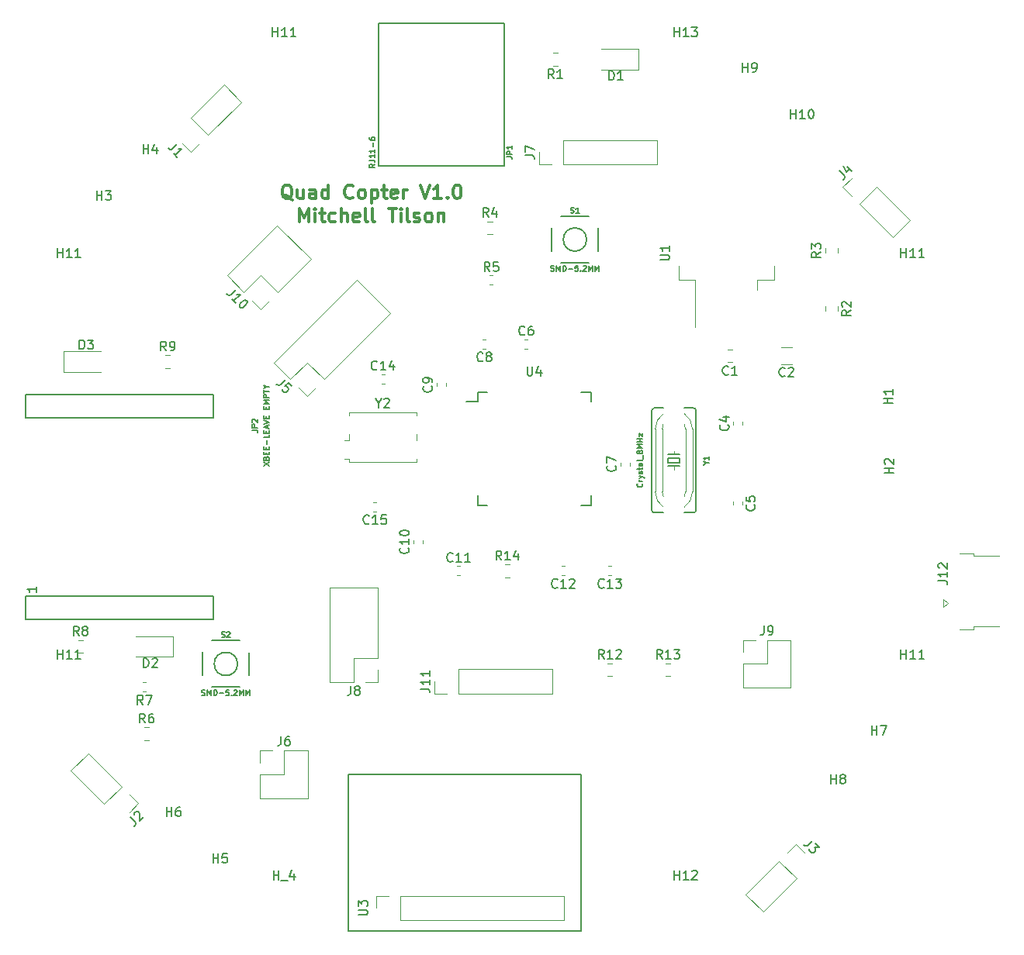
<source format=gbr>
G04 #@! TF.GenerationSoftware,KiCad,Pcbnew,5.0.1-33cea8e~68~ubuntu18.04.1*
G04 #@! TF.CreationDate,2018-12-09T11:33:24-08:00*
G04 #@! TF.ProjectId,quad_copter_pcb,717561645F636F707465725F7063622E,rev?*
G04 #@! TF.SameCoordinates,Original*
G04 #@! TF.FileFunction,Legend,Top*
G04 #@! TF.FilePolarity,Positive*
%FSLAX46Y46*%
G04 Gerber Fmt 4.6, Leading zero omitted, Abs format (unit mm)*
G04 Created by KiCad (PCBNEW 5.0.1-33cea8e~68~ubuntu18.04.1) date Sun 09 Dec 2018 11:33:24 AM PST*
%MOMM*%
%LPD*%
G01*
G04 APERTURE LIST*
%ADD10C,0.300000*%
%ADD11C,0.200000*%
%ADD12C,0.150000*%
%ADD13C,0.120000*%
%ADD14C,0.203200*%
%ADD15C,0.152400*%
%ADD16C,0.050800*%
%ADD17C,0.127000*%
G04 APERTURE END LIST*
D10*
X124214228Y-61217628D02*
X124071371Y-61146200D01*
X123928514Y-61003342D01*
X123714228Y-60789057D01*
X123571371Y-60717628D01*
X123428514Y-60717628D01*
X123499942Y-61074771D02*
X123357085Y-61003342D01*
X123214228Y-60860485D01*
X123142800Y-60574771D01*
X123142800Y-60074771D01*
X123214228Y-59789057D01*
X123357085Y-59646200D01*
X123499942Y-59574771D01*
X123785657Y-59574771D01*
X123928514Y-59646200D01*
X124071371Y-59789057D01*
X124142800Y-60074771D01*
X124142800Y-60574771D01*
X124071371Y-60860485D01*
X123928514Y-61003342D01*
X123785657Y-61074771D01*
X123499942Y-61074771D01*
X125428514Y-60074771D02*
X125428514Y-61074771D01*
X124785657Y-60074771D02*
X124785657Y-60860485D01*
X124857085Y-61003342D01*
X124999942Y-61074771D01*
X125214228Y-61074771D01*
X125357085Y-61003342D01*
X125428514Y-60931914D01*
X126785657Y-61074771D02*
X126785657Y-60289057D01*
X126714228Y-60146200D01*
X126571371Y-60074771D01*
X126285657Y-60074771D01*
X126142800Y-60146200D01*
X126785657Y-61003342D02*
X126642800Y-61074771D01*
X126285657Y-61074771D01*
X126142800Y-61003342D01*
X126071371Y-60860485D01*
X126071371Y-60717628D01*
X126142800Y-60574771D01*
X126285657Y-60503342D01*
X126642800Y-60503342D01*
X126785657Y-60431914D01*
X128142800Y-61074771D02*
X128142800Y-59574771D01*
X128142800Y-61003342D02*
X127999942Y-61074771D01*
X127714228Y-61074771D01*
X127571371Y-61003342D01*
X127499942Y-60931914D01*
X127428514Y-60789057D01*
X127428514Y-60360485D01*
X127499942Y-60217628D01*
X127571371Y-60146200D01*
X127714228Y-60074771D01*
X127999942Y-60074771D01*
X128142800Y-60146200D01*
X130857085Y-60931914D02*
X130785657Y-61003342D01*
X130571371Y-61074771D01*
X130428514Y-61074771D01*
X130214228Y-61003342D01*
X130071371Y-60860485D01*
X129999942Y-60717628D01*
X129928514Y-60431914D01*
X129928514Y-60217628D01*
X129999942Y-59931914D01*
X130071371Y-59789057D01*
X130214228Y-59646200D01*
X130428514Y-59574771D01*
X130571371Y-59574771D01*
X130785657Y-59646200D01*
X130857085Y-59717628D01*
X131714228Y-61074771D02*
X131571371Y-61003342D01*
X131499942Y-60931914D01*
X131428514Y-60789057D01*
X131428514Y-60360485D01*
X131499942Y-60217628D01*
X131571371Y-60146200D01*
X131714228Y-60074771D01*
X131928514Y-60074771D01*
X132071371Y-60146200D01*
X132142800Y-60217628D01*
X132214228Y-60360485D01*
X132214228Y-60789057D01*
X132142800Y-60931914D01*
X132071371Y-61003342D01*
X131928514Y-61074771D01*
X131714228Y-61074771D01*
X132857085Y-60074771D02*
X132857085Y-61574771D01*
X132857085Y-60146200D02*
X132999942Y-60074771D01*
X133285657Y-60074771D01*
X133428514Y-60146200D01*
X133499942Y-60217628D01*
X133571371Y-60360485D01*
X133571371Y-60789057D01*
X133499942Y-60931914D01*
X133428514Y-61003342D01*
X133285657Y-61074771D01*
X132999942Y-61074771D01*
X132857085Y-61003342D01*
X133999942Y-60074771D02*
X134571371Y-60074771D01*
X134214228Y-59574771D02*
X134214228Y-60860485D01*
X134285657Y-61003342D01*
X134428514Y-61074771D01*
X134571371Y-61074771D01*
X135642800Y-61003342D02*
X135499942Y-61074771D01*
X135214228Y-61074771D01*
X135071371Y-61003342D01*
X134999942Y-60860485D01*
X134999942Y-60289057D01*
X135071371Y-60146200D01*
X135214228Y-60074771D01*
X135499942Y-60074771D01*
X135642800Y-60146200D01*
X135714228Y-60289057D01*
X135714228Y-60431914D01*
X134999942Y-60574771D01*
X136357085Y-61074771D02*
X136357085Y-60074771D01*
X136357085Y-60360485D02*
X136428514Y-60217628D01*
X136499942Y-60146200D01*
X136642800Y-60074771D01*
X136785657Y-60074771D01*
X138214228Y-59574771D02*
X138714228Y-61074771D01*
X139214228Y-59574771D01*
X140499942Y-61074771D02*
X139642800Y-61074771D01*
X140071371Y-61074771D02*
X140071371Y-59574771D01*
X139928514Y-59789057D01*
X139785657Y-59931914D01*
X139642800Y-60003342D01*
X141142800Y-60931914D02*
X141214228Y-61003342D01*
X141142800Y-61074771D01*
X141071371Y-61003342D01*
X141142800Y-60931914D01*
X141142800Y-61074771D01*
X142142800Y-59574771D02*
X142285657Y-59574771D01*
X142428514Y-59646200D01*
X142499942Y-59717628D01*
X142571371Y-59860485D01*
X142642800Y-60146200D01*
X142642800Y-60503342D01*
X142571371Y-60789057D01*
X142499942Y-60931914D01*
X142428514Y-61003342D01*
X142285657Y-61074771D01*
X142142800Y-61074771D01*
X141999942Y-61003342D01*
X141928514Y-60931914D01*
X141857085Y-60789057D01*
X141785657Y-60503342D01*
X141785657Y-60146200D01*
X141857085Y-59860485D01*
X141928514Y-59717628D01*
X141999942Y-59646200D01*
X142142800Y-59574771D01*
X124999942Y-63624771D02*
X124999942Y-62124771D01*
X125499942Y-63196200D01*
X125999942Y-62124771D01*
X125999942Y-63624771D01*
X126714228Y-63624771D02*
X126714228Y-62624771D01*
X126714228Y-62124771D02*
X126642800Y-62196200D01*
X126714228Y-62267628D01*
X126785657Y-62196200D01*
X126714228Y-62124771D01*
X126714228Y-62267628D01*
X127214228Y-62624771D02*
X127785657Y-62624771D01*
X127428514Y-62124771D02*
X127428514Y-63410485D01*
X127499942Y-63553342D01*
X127642800Y-63624771D01*
X127785657Y-63624771D01*
X128928514Y-63553342D02*
X128785657Y-63624771D01*
X128499942Y-63624771D01*
X128357085Y-63553342D01*
X128285657Y-63481914D01*
X128214228Y-63339057D01*
X128214228Y-62910485D01*
X128285657Y-62767628D01*
X128357085Y-62696200D01*
X128499942Y-62624771D01*
X128785657Y-62624771D01*
X128928514Y-62696200D01*
X129571371Y-63624771D02*
X129571371Y-62124771D01*
X130214228Y-63624771D02*
X130214228Y-62839057D01*
X130142800Y-62696200D01*
X129999942Y-62624771D01*
X129785657Y-62624771D01*
X129642800Y-62696200D01*
X129571371Y-62767628D01*
X131499942Y-63553342D02*
X131357085Y-63624771D01*
X131071371Y-63624771D01*
X130928514Y-63553342D01*
X130857085Y-63410485D01*
X130857085Y-62839057D01*
X130928514Y-62696200D01*
X131071371Y-62624771D01*
X131357085Y-62624771D01*
X131499942Y-62696200D01*
X131571371Y-62839057D01*
X131571371Y-62981914D01*
X130857085Y-63124771D01*
X132428514Y-63624771D02*
X132285657Y-63553342D01*
X132214228Y-63410485D01*
X132214228Y-62124771D01*
X133214228Y-63624771D02*
X133071371Y-63553342D01*
X132999942Y-63410485D01*
X132999942Y-62124771D01*
X134714228Y-62124771D02*
X135571371Y-62124771D01*
X135142800Y-63624771D02*
X135142800Y-62124771D01*
X136071371Y-63624771D02*
X136071371Y-62624771D01*
X136071371Y-62124771D02*
X135999942Y-62196200D01*
X136071371Y-62267628D01*
X136142800Y-62196200D01*
X136071371Y-62124771D01*
X136071371Y-62267628D01*
X136999942Y-63624771D02*
X136857085Y-63553342D01*
X136785657Y-63410485D01*
X136785657Y-62124771D01*
X137499942Y-63553342D02*
X137642800Y-63624771D01*
X137928514Y-63624771D01*
X138071371Y-63553342D01*
X138142800Y-63410485D01*
X138142800Y-63339057D01*
X138071371Y-63196200D01*
X137928514Y-63124771D01*
X137714228Y-63124771D01*
X137571371Y-63053342D01*
X137499942Y-62910485D01*
X137499942Y-62839057D01*
X137571371Y-62696200D01*
X137714228Y-62624771D01*
X137928514Y-62624771D01*
X138071371Y-62696200D01*
X138999942Y-63624771D02*
X138857085Y-63553342D01*
X138785657Y-63481914D01*
X138714228Y-63339057D01*
X138714228Y-62910485D01*
X138785657Y-62767628D01*
X138857085Y-62696200D01*
X138999942Y-62624771D01*
X139214228Y-62624771D01*
X139357085Y-62696200D01*
X139428514Y-62767628D01*
X139499942Y-62910485D01*
X139499942Y-63339057D01*
X139428514Y-63481914D01*
X139357085Y-63553342D01*
X139214228Y-63624771D01*
X138999942Y-63624771D01*
X140142800Y-62624771D02*
X140142800Y-63624771D01*
X140142800Y-62767628D02*
X140214228Y-62696200D01*
X140357085Y-62624771D01*
X140571371Y-62624771D01*
X140714228Y-62696200D01*
X140785657Y-62839057D01*
X140785657Y-63624771D01*
D11*
X155702000Y-141097000D02*
X130302000Y-141097000D01*
X155702000Y-123952000D02*
X155702000Y-141097000D01*
X130302000Y-123952000D02*
X155702000Y-123952000D01*
X130302000Y-141097000D02*
X130302000Y-123952000D01*
D12*
G04 #@! TO.C,U4*
X144447000Y-82217000D02*
X144447000Y-83192000D01*
X156797000Y-82217000D02*
X156797000Y-83267000D01*
X156797000Y-94567000D02*
X156797000Y-93517000D01*
X144447000Y-94567000D02*
X144447000Y-93517000D01*
X144447000Y-82217000D02*
X145497000Y-82217000D01*
X144447000Y-94567000D02*
X145497000Y-94567000D01*
X156797000Y-94567000D02*
X155747000Y-94567000D01*
X156797000Y-82217000D02*
X155747000Y-82217000D01*
X144447000Y-83192000D02*
X143172000Y-83192000D01*
D13*
G04 #@! TO.C,C1*
X172228252Y-78942000D02*
X171705748Y-78942000D01*
X172228252Y-77522000D02*
X171705748Y-77522000D01*
G04 #@! TO.C,C2*
X178746564Y-79142000D02*
X177542436Y-79142000D01*
X178746564Y-77322000D02*
X177542436Y-77322000D01*
G04 #@! TO.C,C4*
X172337000Y-85783267D02*
X172337000Y-85440733D01*
X173357000Y-85783267D02*
X173357000Y-85440733D01*
G04 #@! TO.C,C5*
X172337000Y-94175733D02*
X172337000Y-94518267D01*
X173357000Y-94175733D02*
X173357000Y-94518267D01*
G04 #@! TO.C,C6*
X149575733Y-76452000D02*
X149918267Y-76452000D01*
X149575733Y-77472000D02*
X149918267Y-77472000D01*
G04 #@! TO.C,C7*
X160018000Y-90228267D02*
X160018000Y-89885733D01*
X161038000Y-90228267D02*
X161038000Y-89885733D01*
G04 #@! TO.C,C8*
X145346267Y-76452000D02*
X145003733Y-76452000D01*
X145346267Y-77472000D02*
X145003733Y-77472000D01*
G04 #@! TO.C,C9*
X140972000Y-81578267D02*
X140972000Y-81235733D01*
X139952000Y-81578267D02*
X139952000Y-81235733D01*
G04 #@! TO.C,C10*
X137412000Y-98723267D02*
X137412000Y-98380733D01*
X138432000Y-98723267D02*
X138432000Y-98380733D01*
G04 #@! TO.C,C11*
X142195733Y-102237000D02*
X142538267Y-102237000D01*
X142195733Y-101217000D02*
X142538267Y-101217000D01*
G04 #@! TO.C,C12*
X153968267Y-101217000D02*
X153625733Y-101217000D01*
X153968267Y-102237000D02*
X153625733Y-102237000D01*
G04 #@! TO.C,C13*
X159048267Y-102237000D02*
X158705733Y-102237000D01*
X159048267Y-101217000D02*
X158705733Y-101217000D01*
G04 #@! TO.C,C14*
X133940733Y-80262000D02*
X134283267Y-80262000D01*
X133940733Y-81282000D02*
X134283267Y-81282000D01*
G04 #@! TO.C,C15*
X133408267Y-94232000D02*
X133065733Y-94232000D01*
X133408267Y-95252000D02*
X133065733Y-95252000D01*
G04 #@! TO.C,D1*
X157912000Y-46982000D02*
X161972000Y-46982000D01*
X161972000Y-46982000D02*
X161972000Y-44712000D01*
X161972000Y-44712000D02*
X157912000Y-44712000D01*
G04 #@! TO.C,D2*
X111172000Y-108847000D02*
X107112000Y-108847000D01*
X111172000Y-111117000D02*
X111172000Y-108847000D01*
X107112000Y-111117000D02*
X111172000Y-111117000D01*
G04 #@! TO.C,D3*
X103327000Y-77732000D02*
X99267000Y-77732000D01*
X99267000Y-77732000D02*
X99267000Y-80002000D01*
X99267000Y-80002000D02*
X103327000Y-80002000D01*
G04 #@! TO.C,J1*
X118630006Y-50509898D02*
X116749102Y-48628994D01*
X114995478Y-54144426D02*
X118630006Y-50509898D01*
X113114574Y-52263522D02*
X116749102Y-48628994D01*
X114995478Y-54144426D02*
X113114574Y-52263522D01*
X114097452Y-55042452D02*
X113157000Y-55982904D01*
X113157000Y-55982904D02*
X112216548Y-55042452D01*
G04 #@! TO.C,J2*
X107417904Y-127127000D02*
X106477452Y-128067452D01*
X106477452Y-126186548D02*
X107417904Y-127127000D01*
X105579426Y-125288522D02*
X103698522Y-127169426D01*
X103698522Y-127169426D02*
X100063994Y-123534898D01*
X105579426Y-125288522D02*
X101944898Y-121653994D01*
X101944898Y-121653994D02*
X100063994Y-123534898D01*
G04 #@! TO.C,J3*
X179197000Y-131596096D02*
X180137452Y-132536548D01*
X178256548Y-132536548D02*
X179197000Y-131596096D01*
X177358522Y-133434574D02*
X179239426Y-135315478D01*
X179239426Y-135315478D02*
X175604898Y-138950006D01*
X177358522Y-133434574D02*
X173723994Y-137069102D01*
X173723994Y-137069102D02*
X175604898Y-138950006D01*
G04 #@! TO.C,J4*
X189774102Y-65290006D02*
X191655006Y-63409102D01*
X186139574Y-61655478D02*
X189774102Y-65290006D01*
X188020478Y-59774574D02*
X191655006Y-63409102D01*
X186139574Y-61655478D02*
X188020478Y-59774574D01*
X185241548Y-60757452D02*
X184301096Y-59817000D01*
X184301096Y-59817000D02*
X185241548Y-58876548D01*
G04 #@! TO.C,J5*
X134922109Y-73587795D02*
X131245154Y-69910840D01*
X127695478Y-80814426D02*
X134922109Y-73587795D01*
X122180045Y-78975949D02*
X131245154Y-69910840D01*
X127695478Y-80814426D02*
X125857000Y-78975949D01*
X125857000Y-78975949D02*
X124018522Y-80814426D01*
X124018522Y-80814426D02*
X122180045Y-78975949D01*
X126797452Y-81712452D02*
X125857000Y-82652904D01*
X125857000Y-82652904D02*
X124916548Y-81712452D01*
G04 #@! TO.C,J6*
X120717000Y-121352000D02*
X122047000Y-121352000D01*
X120717000Y-122682000D02*
X120717000Y-121352000D01*
X123317000Y-121352000D02*
X125917000Y-121352000D01*
X123317000Y-123952000D02*
X123317000Y-121352000D01*
X120717000Y-123952000D02*
X123317000Y-123952000D01*
X125917000Y-121352000D02*
X125917000Y-126552000D01*
X120717000Y-123952000D02*
X120717000Y-126552000D01*
X120717000Y-126552000D02*
X125917000Y-126552000D01*
G04 #@! TO.C,J7*
X151197000Y-57337000D02*
X151197000Y-56007000D01*
X152527000Y-57337000D02*
X151197000Y-57337000D01*
X153797000Y-57337000D02*
X153797000Y-54677000D01*
X153797000Y-54677000D02*
X164017000Y-54677000D01*
X153797000Y-57337000D02*
X164017000Y-57337000D01*
X164017000Y-57337000D02*
X164017000Y-54677000D01*
G04 #@! TO.C,J8*
X133537000Y-103572000D02*
X128337000Y-103572000D01*
X133537000Y-111252000D02*
X133537000Y-103572000D01*
X128337000Y-113852000D02*
X128337000Y-103572000D01*
X133537000Y-111252000D02*
X130937000Y-111252000D01*
X130937000Y-111252000D02*
X130937000Y-113852000D01*
X130937000Y-113852000D02*
X128337000Y-113852000D01*
X133537000Y-112522000D02*
X133537000Y-113852000D01*
X133537000Y-113852000D02*
X132207000Y-113852000D01*
G04 #@! TO.C,J9*
X173422000Y-114487000D02*
X178622000Y-114487000D01*
X173422000Y-111887000D02*
X173422000Y-114487000D01*
X178622000Y-109287000D02*
X178622000Y-114487000D01*
X173422000Y-111887000D02*
X176022000Y-111887000D01*
X176022000Y-111887000D02*
X176022000Y-109287000D01*
X176022000Y-109287000D02*
X178622000Y-109287000D01*
X173422000Y-110617000D02*
X173422000Y-109287000D01*
X173422000Y-109287000D02*
X174752000Y-109287000D01*
G04 #@! TO.C,J10*
X126250006Y-67654898D02*
X122573051Y-63977942D01*
X122615478Y-71289426D02*
X126250006Y-67654898D01*
X117100045Y-69450949D02*
X122573051Y-63977942D01*
X122615478Y-71289426D02*
X120777000Y-69450949D01*
X120777000Y-69450949D02*
X118938522Y-71289426D01*
X118938522Y-71289426D02*
X117100045Y-69450949D01*
X121717452Y-72187452D02*
X120777000Y-73127904D01*
X120777000Y-73127904D02*
X119836548Y-72187452D01*
G04 #@! TO.C,J11*
X152587000Y-115122000D02*
X152587000Y-112462000D01*
X142367000Y-115122000D02*
X152587000Y-115122000D01*
X142367000Y-112462000D02*
X152587000Y-112462000D01*
X142367000Y-115122000D02*
X142367000Y-112462000D01*
X141097000Y-115122000D02*
X139767000Y-115122000D01*
X139767000Y-115122000D02*
X139767000Y-113792000D01*
G04 #@! TO.C,J12*
X198563000Y-108107000D02*
X197013000Y-108107000D01*
X198563000Y-108107000D02*
X198563000Y-107807000D01*
X201363000Y-107807000D02*
X198563000Y-107807000D01*
X198563000Y-99807000D02*
X197013000Y-99807000D01*
X198563000Y-100107000D02*
X198563000Y-99807000D01*
X201363000Y-100107000D02*
X198563000Y-100107000D01*
X195313000Y-104857000D02*
X195763000Y-105257000D01*
X195313000Y-105657000D02*
X195313000Y-104857000D01*
X195763000Y-105257000D02*
X195313000Y-105657000D01*
D14*
G04 #@! TO.C,JP1*
X133604000Y-41910000D02*
X133604000Y-57531000D01*
X133604000Y-57531000D02*
X147320000Y-57531000D01*
X147320000Y-57531000D02*
X147320000Y-41910000D01*
X133604000Y-41910000D02*
X147320000Y-41910000D01*
G04 #@! TO.C,JP2*
X95082360Y-84993480D02*
X95082360Y-82494120D01*
X95082360Y-82494120D02*
X115582700Y-82494120D01*
X115582700Y-82494120D02*
X115582700Y-84993480D01*
X95082360Y-84993480D02*
X115582700Y-84993480D01*
X95082360Y-104490520D02*
X95082360Y-106989880D01*
X95082360Y-106989880D02*
X115582700Y-106989880D01*
X115582700Y-106989880D02*
X115582700Y-104490520D01*
X95082360Y-104490520D02*
X115582700Y-104490520D01*
D13*
G04 #@! TO.C,R1*
X153178252Y-46557000D02*
X152655748Y-46557000D01*
X153178252Y-45137000D02*
X152655748Y-45137000D01*
G04 #@! TO.C,R2*
X183794496Y-72843323D02*
X183794496Y-73365827D01*
X182374496Y-72843323D02*
X182374496Y-73365827D01*
G04 #@! TO.C,R3*
X183794496Y-67015827D02*
X183794496Y-66493323D01*
X182374496Y-67015827D02*
X182374496Y-66493323D01*
G04 #@! TO.C,R4*
X145525748Y-64972000D02*
X146048252Y-64972000D01*
X145525748Y-63552000D02*
X146048252Y-63552000D01*
G04 #@! TO.C,R5*
X145765733Y-70487000D02*
X146108267Y-70487000D01*
X145765733Y-69467000D02*
X146108267Y-69467000D01*
G04 #@! TO.C,R6*
X108060748Y-120217000D02*
X108583252Y-120217000D01*
X108060748Y-118797000D02*
X108583252Y-118797000D01*
G04 #@! TO.C,R7*
X108248267Y-114937000D02*
X107905733Y-114937000D01*
X108248267Y-113917000D02*
X107905733Y-113917000D01*
G04 #@! TO.C,R8*
X100830748Y-109272000D02*
X101353252Y-109272000D01*
X100830748Y-110692000D02*
X101353252Y-110692000D01*
G04 #@! TO.C,R9*
X110355748Y-78157000D02*
X110878252Y-78157000D01*
X110355748Y-79577000D02*
X110878252Y-79577000D01*
G04 #@! TO.C,R12*
X158615748Y-113232000D02*
X159138252Y-113232000D01*
X158615748Y-111812000D02*
X159138252Y-111812000D01*
G04 #@! TO.C,R13*
X164965748Y-111812000D02*
X165488252Y-111812000D01*
X164965748Y-113232000D02*
X165488252Y-113232000D01*
G04 #@! TO.C,R14*
X147430748Y-102437000D02*
X147953252Y-102437000D01*
X147430748Y-101017000D02*
X147953252Y-101017000D01*
D14*
G04 #@! TO.C,S1*
X152527000Y-66771520D02*
X152527000Y-64262000D01*
X153527760Y-62992000D02*
X156606240Y-62992000D01*
X157607000Y-64292480D02*
X157607000Y-66771520D01*
X156606240Y-68072000D02*
X153527760Y-68072000D01*
X156337000Y-65532000D02*
G75*
G03X156337000Y-65532000I-1270000J0D01*
G01*
G04 #@! TO.C,S2*
X118237000Y-111887000D02*
G75*
G03X118237000Y-111887000I-1270000J0D01*
G01*
X118506240Y-114427000D02*
X115427760Y-114427000D01*
X119507000Y-110647480D02*
X119507000Y-113126520D01*
X115427760Y-109347000D02*
X118506240Y-109347000D01*
X114427000Y-113126520D02*
X114427000Y-110617000D01*
D13*
G04 #@! TO.C,U1*
X166377000Y-68452000D02*
X166377000Y-69952000D01*
X166377000Y-69952000D02*
X168187000Y-69952000D01*
X168187000Y-69952000D02*
X168187000Y-75077000D01*
X176777000Y-68452000D02*
X176777000Y-69952000D01*
X176777000Y-69952000D02*
X174967000Y-69952000D01*
X174967000Y-69952000D02*
X174967000Y-71052000D01*
G04 #@! TO.C,U3*
X136017000Y-139887000D02*
X136017000Y-137227000D01*
X136017000Y-139887000D02*
X153857000Y-139887000D01*
X153857000Y-139887000D02*
X153857000Y-137227000D01*
X136017000Y-137227000D02*
X153857000Y-137227000D01*
X133417000Y-137227000D02*
X134747000Y-137227000D01*
X133417000Y-138557000D02*
X133417000Y-137227000D01*
D15*
G04 #@! TO.C,Y1*
X167005000Y-83947000D02*
X168021000Y-83947000D01*
X167005000Y-95377000D02*
X168021000Y-95377000D01*
D16*
X164592000Y-93091000D02*
X164592000Y-86233000D01*
X163830000Y-93091000D02*
X163830000Y-86233000D01*
X167132000Y-86233000D02*
X167132000Y-93091000D01*
D15*
X163449000Y-95123000D02*
X163449000Y-84201000D01*
X163703000Y-95377000D02*
X164719000Y-95377000D01*
X163703000Y-83947000D02*
X164719000Y-83947000D01*
D16*
X167894000Y-86233000D02*
X167894000Y-93091000D01*
D15*
X168275000Y-95123000D02*
X168275000Y-84201000D01*
X166497000Y-89408000D02*
X165227000Y-89408000D01*
X165227000Y-89408000D02*
X165227000Y-89916000D01*
X165227000Y-89916000D02*
X166497000Y-89916000D01*
X166497000Y-89916000D02*
X166497000Y-89408000D01*
X166497000Y-89027000D02*
X165862000Y-89027000D01*
X165862000Y-89027000D02*
X165227000Y-89027000D01*
D16*
X165862000Y-89027000D02*
X165862000Y-88646000D01*
D15*
X166497000Y-90297000D02*
X165862000Y-90297000D01*
X165862000Y-90297000D02*
X165227000Y-90297000D01*
D16*
X165862000Y-90297000D02*
X165862000Y-90678000D01*
X167895178Y-86232213D02*
G75*
G03X167005000Y-84554060I-2033178J-3327D01*
G01*
X167007085Y-94769632D02*
G75*
G03X167894000Y-93091000I-1145085J1678632D01*
G01*
D15*
X163449000Y-95123000D02*
G75*
G03X163703000Y-95377000I254000J0D01*
G01*
D16*
X164593045Y-93089769D02*
G75*
G03X164719000Y-93642180I1268955J-1231D01*
G01*
X167005405Y-93643743D02*
G75*
G03X167132000Y-93091000I-1143405J552743D01*
G01*
X163830253Y-93093886D02*
G75*
G03X164721540Y-94769940I2031747J5426D01*
G01*
X164716915Y-84554368D02*
G75*
G03X163830000Y-86233000I1145085J-1678632D01*
G01*
X164718595Y-85680257D02*
G75*
G03X164592000Y-86233000I1143405J-552743D01*
G01*
X167130955Y-86234231D02*
G75*
G03X167005000Y-85681820I-1268955J1231D01*
G01*
D15*
X163703000Y-83947000D02*
G75*
G03X163449000Y-84201000I0J-254000D01*
G01*
X168021000Y-95377000D02*
G75*
G03X168275000Y-95123000I0J254000D01*
G01*
X168275000Y-84201000D02*
G75*
G03X168021000Y-83947000I-254000J0D01*
G01*
D13*
G04 #@! TO.C,Y2*
X130412000Y-84722000D02*
X130412000Y-84422000D01*
X130412000Y-84422000D02*
X137812000Y-84422000D01*
X137812000Y-84422000D02*
X137812000Y-84722000D01*
X129912000Y-89522000D02*
X130412000Y-89522000D01*
X130412000Y-89522000D02*
X130412000Y-89822000D01*
X130412000Y-89822000D02*
X137812000Y-89822000D01*
X137812000Y-89822000D02*
X137812000Y-89522000D01*
X129912000Y-87422000D02*
X130412000Y-87422000D01*
X130412000Y-87422000D02*
X130412000Y-86822000D01*
X137812000Y-86822000D02*
X137812000Y-87422000D01*
G04 #@! TO.C,U4*
D12*
X149860095Y-79394380D02*
X149860095Y-80203904D01*
X149907714Y-80299142D01*
X149955333Y-80346761D01*
X150050571Y-80394380D01*
X150241047Y-80394380D01*
X150336285Y-80346761D01*
X150383904Y-80299142D01*
X150431523Y-80203904D01*
X150431523Y-79394380D01*
X151336285Y-79727714D02*
X151336285Y-80394380D01*
X151098190Y-79346761D02*
X150860095Y-80061047D01*
X151479142Y-80061047D01*
G04 #@! TO.C,H11*
X190658904Y-67499380D02*
X190658904Y-66499380D01*
X190658904Y-66975571D02*
X191230333Y-66975571D01*
X191230333Y-67499380D02*
X191230333Y-66499380D01*
X192230333Y-67499380D02*
X191658904Y-67499380D01*
X191944619Y-67499380D02*
X191944619Y-66499380D01*
X191849380Y-66642238D01*
X191754142Y-66737476D01*
X191658904Y-66785095D01*
X193182714Y-67499380D02*
X192611285Y-67499380D01*
X192897000Y-67499380D02*
X192897000Y-66499380D01*
X192801761Y-66642238D01*
X192706523Y-66737476D01*
X192611285Y-66785095D01*
X190658904Y-111314380D02*
X190658904Y-110314380D01*
X190658904Y-110790571D02*
X191230333Y-110790571D01*
X191230333Y-111314380D02*
X191230333Y-110314380D01*
X192230333Y-111314380D02*
X191658904Y-111314380D01*
X191944619Y-111314380D02*
X191944619Y-110314380D01*
X191849380Y-110457238D01*
X191754142Y-110552476D01*
X191658904Y-110600095D01*
X193182714Y-111314380D02*
X192611285Y-111314380D01*
X192897000Y-111314380D02*
X192897000Y-110314380D01*
X192801761Y-110457238D01*
X192706523Y-110552476D01*
X192611285Y-110600095D01*
X98583904Y-111314380D02*
X98583904Y-110314380D01*
X98583904Y-110790571D02*
X99155333Y-110790571D01*
X99155333Y-111314380D02*
X99155333Y-110314380D01*
X100155333Y-111314380D02*
X99583904Y-111314380D01*
X99869619Y-111314380D02*
X99869619Y-110314380D01*
X99774380Y-110457238D01*
X99679142Y-110552476D01*
X99583904Y-110600095D01*
X101107714Y-111314380D02*
X100536285Y-111314380D01*
X100822000Y-111314380D02*
X100822000Y-110314380D01*
X100726761Y-110457238D01*
X100631523Y-110552476D01*
X100536285Y-110600095D01*
X98583904Y-67499380D02*
X98583904Y-66499380D01*
X98583904Y-66975571D02*
X99155333Y-66975571D01*
X99155333Y-67499380D02*
X99155333Y-66499380D01*
X100155333Y-67499380D02*
X99583904Y-67499380D01*
X99869619Y-67499380D02*
X99869619Y-66499380D01*
X99774380Y-66642238D01*
X99679142Y-66737476D01*
X99583904Y-66785095D01*
X101107714Y-67499380D02*
X100536285Y-67499380D01*
X100822000Y-67499380D02*
X100822000Y-66499380D01*
X100726761Y-66642238D01*
X100631523Y-66737476D01*
X100536285Y-66785095D01*
G04 #@! TO.C,C1*
X171800333Y-80239142D02*
X171752714Y-80286761D01*
X171609857Y-80334380D01*
X171514619Y-80334380D01*
X171371761Y-80286761D01*
X171276523Y-80191523D01*
X171228904Y-80096285D01*
X171181285Y-79905809D01*
X171181285Y-79762952D01*
X171228904Y-79572476D01*
X171276523Y-79477238D01*
X171371761Y-79382000D01*
X171514619Y-79334380D01*
X171609857Y-79334380D01*
X171752714Y-79382000D01*
X171800333Y-79429619D01*
X172752714Y-80334380D02*
X172181285Y-80334380D01*
X172467000Y-80334380D02*
X172467000Y-79334380D01*
X172371761Y-79477238D01*
X172276523Y-79572476D01*
X172181285Y-79620095D01*
G04 #@! TO.C,C2*
X177977833Y-80409142D02*
X177930214Y-80456761D01*
X177787357Y-80504380D01*
X177692119Y-80504380D01*
X177549261Y-80456761D01*
X177454023Y-80361523D01*
X177406404Y-80266285D01*
X177358785Y-80075809D01*
X177358785Y-79932952D01*
X177406404Y-79742476D01*
X177454023Y-79647238D01*
X177549261Y-79552000D01*
X177692119Y-79504380D01*
X177787357Y-79504380D01*
X177930214Y-79552000D01*
X177977833Y-79599619D01*
X178358785Y-79599619D02*
X178406404Y-79552000D01*
X178501642Y-79504380D01*
X178739738Y-79504380D01*
X178834976Y-79552000D01*
X178882595Y-79599619D01*
X178930214Y-79694857D01*
X178930214Y-79790095D01*
X178882595Y-79932952D01*
X178311166Y-80504380D01*
X178930214Y-80504380D01*
G04 #@! TO.C,C4*
X171774142Y-85778666D02*
X171821761Y-85826285D01*
X171869380Y-85969142D01*
X171869380Y-86064380D01*
X171821761Y-86207238D01*
X171726523Y-86302476D01*
X171631285Y-86350095D01*
X171440809Y-86397714D01*
X171297952Y-86397714D01*
X171107476Y-86350095D01*
X171012238Y-86302476D01*
X170917000Y-86207238D01*
X170869380Y-86064380D01*
X170869380Y-85969142D01*
X170917000Y-85826285D01*
X170964619Y-85778666D01*
X171202714Y-84921523D02*
X171869380Y-84921523D01*
X170821761Y-85159619D02*
X171536047Y-85397714D01*
X171536047Y-84778666D01*
G04 #@! TO.C,C5*
X174634142Y-94513666D02*
X174681761Y-94561285D01*
X174729380Y-94704142D01*
X174729380Y-94799380D01*
X174681761Y-94942238D01*
X174586523Y-95037476D01*
X174491285Y-95085095D01*
X174300809Y-95132714D01*
X174157952Y-95132714D01*
X173967476Y-95085095D01*
X173872238Y-95037476D01*
X173777000Y-94942238D01*
X173729380Y-94799380D01*
X173729380Y-94704142D01*
X173777000Y-94561285D01*
X173824619Y-94513666D01*
X173729380Y-93608904D02*
X173729380Y-94085095D01*
X174205571Y-94132714D01*
X174157952Y-94085095D01*
X174110333Y-93989857D01*
X174110333Y-93751761D01*
X174157952Y-93656523D01*
X174205571Y-93608904D01*
X174300809Y-93561285D01*
X174538904Y-93561285D01*
X174634142Y-93608904D01*
X174681761Y-93656523D01*
X174729380Y-93751761D01*
X174729380Y-93989857D01*
X174681761Y-94085095D01*
X174634142Y-94132714D01*
G04 #@! TO.C,C6*
X149580333Y-75889142D02*
X149532714Y-75936761D01*
X149389857Y-75984380D01*
X149294619Y-75984380D01*
X149151761Y-75936761D01*
X149056523Y-75841523D01*
X149008904Y-75746285D01*
X148961285Y-75555809D01*
X148961285Y-75412952D01*
X149008904Y-75222476D01*
X149056523Y-75127238D01*
X149151761Y-75032000D01*
X149294619Y-74984380D01*
X149389857Y-74984380D01*
X149532714Y-75032000D01*
X149580333Y-75079619D01*
X150437476Y-74984380D02*
X150247000Y-74984380D01*
X150151761Y-75032000D01*
X150104142Y-75079619D01*
X150008904Y-75222476D01*
X149961285Y-75412952D01*
X149961285Y-75793904D01*
X150008904Y-75889142D01*
X150056523Y-75936761D01*
X150151761Y-75984380D01*
X150342238Y-75984380D01*
X150437476Y-75936761D01*
X150485095Y-75889142D01*
X150532714Y-75793904D01*
X150532714Y-75555809D01*
X150485095Y-75460571D01*
X150437476Y-75412952D01*
X150342238Y-75365333D01*
X150151761Y-75365333D01*
X150056523Y-75412952D01*
X150008904Y-75460571D01*
X149961285Y-75555809D01*
G04 #@! TO.C,C7*
X159455142Y-90223666D02*
X159502761Y-90271285D01*
X159550380Y-90414142D01*
X159550380Y-90509380D01*
X159502761Y-90652238D01*
X159407523Y-90747476D01*
X159312285Y-90795095D01*
X159121809Y-90842714D01*
X158978952Y-90842714D01*
X158788476Y-90795095D01*
X158693238Y-90747476D01*
X158598000Y-90652238D01*
X158550380Y-90509380D01*
X158550380Y-90414142D01*
X158598000Y-90271285D01*
X158645619Y-90223666D01*
X158550380Y-89890333D02*
X158550380Y-89223666D01*
X159550380Y-89652238D01*
G04 #@! TO.C,C8*
X145008333Y-78749142D02*
X144960714Y-78796761D01*
X144817857Y-78844380D01*
X144722619Y-78844380D01*
X144579761Y-78796761D01*
X144484523Y-78701523D01*
X144436904Y-78606285D01*
X144389285Y-78415809D01*
X144389285Y-78272952D01*
X144436904Y-78082476D01*
X144484523Y-77987238D01*
X144579761Y-77892000D01*
X144722619Y-77844380D01*
X144817857Y-77844380D01*
X144960714Y-77892000D01*
X145008333Y-77939619D01*
X145579761Y-78272952D02*
X145484523Y-78225333D01*
X145436904Y-78177714D01*
X145389285Y-78082476D01*
X145389285Y-78034857D01*
X145436904Y-77939619D01*
X145484523Y-77892000D01*
X145579761Y-77844380D01*
X145770238Y-77844380D01*
X145865476Y-77892000D01*
X145913095Y-77939619D01*
X145960714Y-78034857D01*
X145960714Y-78082476D01*
X145913095Y-78177714D01*
X145865476Y-78225333D01*
X145770238Y-78272952D01*
X145579761Y-78272952D01*
X145484523Y-78320571D01*
X145436904Y-78368190D01*
X145389285Y-78463428D01*
X145389285Y-78653904D01*
X145436904Y-78749142D01*
X145484523Y-78796761D01*
X145579761Y-78844380D01*
X145770238Y-78844380D01*
X145865476Y-78796761D01*
X145913095Y-78749142D01*
X145960714Y-78653904D01*
X145960714Y-78463428D01*
X145913095Y-78368190D01*
X145865476Y-78320571D01*
X145770238Y-78272952D01*
G04 #@! TO.C,C9*
X139389142Y-81573666D02*
X139436761Y-81621285D01*
X139484380Y-81764142D01*
X139484380Y-81859380D01*
X139436761Y-82002238D01*
X139341523Y-82097476D01*
X139246285Y-82145095D01*
X139055809Y-82192714D01*
X138912952Y-82192714D01*
X138722476Y-82145095D01*
X138627238Y-82097476D01*
X138532000Y-82002238D01*
X138484380Y-81859380D01*
X138484380Y-81764142D01*
X138532000Y-81621285D01*
X138579619Y-81573666D01*
X139484380Y-81097476D02*
X139484380Y-80907000D01*
X139436761Y-80811761D01*
X139389142Y-80764142D01*
X139246285Y-80668904D01*
X139055809Y-80621285D01*
X138674857Y-80621285D01*
X138579619Y-80668904D01*
X138532000Y-80716523D01*
X138484380Y-80811761D01*
X138484380Y-81002238D01*
X138532000Y-81097476D01*
X138579619Y-81145095D01*
X138674857Y-81192714D01*
X138912952Y-81192714D01*
X139008190Y-81145095D01*
X139055809Y-81097476D01*
X139103428Y-81002238D01*
X139103428Y-80811761D01*
X139055809Y-80716523D01*
X139008190Y-80668904D01*
X138912952Y-80621285D01*
G04 #@! TO.C,C10*
X136849142Y-99194857D02*
X136896761Y-99242476D01*
X136944380Y-99385333D01*
X136944380Y-99480571D01*
X136896761Y-99623428D01*
X136801523Y-99718666D01*
X136706285Y-99766285D01*
X136515809Y-99813904D01*
X136372952Y-99813904D01*
X136182476Y-99766285D01*
X136087238Y-99718666D01*
X135992000Y-99623428D01*
X135944380Y-99480571D01*
X135944380Y-99385333D01*
X135992000Y-99242476D01*
X136039619Y-99194857D01*
X136944380Y-98242476D02*
X136944380Y-98813904D01*
X136944380Y-98528190D02*
X135944380Y-98528190D01*
X136087238Y-98623428D01*
X136182476Y-98718666D01*
X136230095Y-98813904D01*
X135944380Y-97623428D02*
X135944380Y-97528190D01*
X135992000Y-97432952D01*
X136039619Y-97385333D01*
X136134857Y-97337714D01*
X136325333Y-97290095D01*
X136563428Y-97290095D01*
X136753904Y-97337714D01*
X136849142Y-97385333D01*
X136896761Y-97432952D01*
X136944380Y-97528190D01*
X136944380Y-97623428D01*
X136896761Y-97718666D01*
X136849142Y-97766285D01*
X136753904Y-97813904D01*
X136563428Y-97861523D01*
X136325333Y-97861523D01*
X136134857Y-97813904D01*
X136039619Y-97766285D01*
X135992000Y-97718666D01*
X135944380Y-97623428D01*
G04 #@! TO.C,C11*
X141724142Y-100654142D02*
X141676523Y-100701761D01*
X141533666Y-100749380D01*
X141438428Y-100749380D01*
X141295571Y-100701761D01*
X141200333Y-100606523D01*
X141152714Y-100511285D01*
X141105095Y-100320809D01*
X141105095Y-100177952D01*
X141152714Y-99987476D01*
X141200333Y-99892238D01*
X141295571Y-99797000D01*
X141438428Y-99749380D01*
X141533666Y-99749380D01*
X141676523Y-99797000D01*
X141724142Y-99844619D01*
X142676523Y-100749380D02*
X142105095Y-100749380D01*
X142390809Y-100749380D02*
X142390809Y-99749380D01*
X142295571Y-99892238D01*
X142200333Y-99987476D01*
X142105095Y-100035095D01*
X143628904Y-100749380D02*
X143057476Y-100749380D01*
X143343190Y-100749380D02*
X143343190Y-99749380D01*
X143247952Y-99892238D01*
X143152714Y-99987476D01*
X143057476Y-100035095D01*
G04 #@! TO.C,C12*
X153154142Y-103514142D02*
X153106523Y-103561761D01*
X152963666Y-103609380D01*
X152868428Y-103609380D01*
X152725571Y-103561761D01*
X152630333Y-103466523D01*
X152582714Y-103371285D01*
X152535095Y-103180809D01*
X152535095Y-103037952D01*
X152582714Y-102847476D01*
X152630333Y-102752238D01*
X152725571Y-102657000D01*
X152868428Y-102609380D01*
X152963666Y-102609380D01*
X153106523Y-102657000D01*
X153154142Y-102704619D01*
X154106523Y-103609380D02*
X153535095Y-103609380D01*
X153820809Y-103609380D02*
X153820809Y-102609380D01*
X153725571Y-102752238D01*
X153630333Y-102847476D01*
X153535095Y-102895095D01*
X154487476Y-102704619D02*
X154535095Y-102657000D01*
X154630333Y-102609380D01*
X154868428Y-102609380D01*
X154963666Y-102657000D01*
X155011285Y-102704619D01*
X155058904Y-102799857D01*
X155058904Y-102895095D01*
X155011285Y-103037952D01*
X154439857Y-103609380D01*
X155058904Y-103609380D01*
G04 #@! TO.C,C13*
X158234142Y-103514142D02*
X158186523Y-103561761D01*
X158043666Y-103609380D01*
X157948428Y-103609380D01*
X157805571Y-103561761D01*
X157710333Y-103466523D01*
X157662714Y-103371285D01*
X157615095Y-103180809D01*
X157615095Y-103037952D01*
X157662714Y-102847476D01*
X157710333Y-102752238D01*
X157805571Y-102657000D01*
X157948428Y-102609380D01*
X158043666Y-102609380D01*
X158186523Y-102657000D01*
X158234142Y-102704619D01*
X159186523Y-103609380D02*
X158615095Y-103609380D01*
X158900809Y-103609380D02*
X158900809Y-102609380D01*
X158805571Y-102752238D01*
X158710333Y-102847476D01*
X158615095Y-102895095D01*
X159519857Y-102609380D02*
X160138904Y-102609380D01*
X159805571Y-102990333D01*
X159948428Y-102990333D01*
X160043666Y-103037952D01*
X160091285Y-103085571D01*
X160138904Y-103180809D01*
X160138904Y-103418904D01*
X160091285Y-103514142D01*
X160043666Y-103561761D01*
X159948428Y-103609380D01*
X159662714Y-103609380D01*
X159567476Y-103561761D01*
X159519857Y-103514142D01*
G04 #@! TO.C,C14*
X133469142Y-79699142D02*
X133421523Y-79746761D01*
X133278666Y-79794380D01*
X133183428Y-79794380D01*
X133040571Y-79746761D01*
X132945333Y-79651523D01*
X132897714Y-79556285D01*
X132850095Y-79365809D01*
X132850095Y-79222952D01*
X132897714Y-79032476D01*
X132945333Y-78937238D01*
X133040571Y-78842000D01*
X133183428Y-78794380D01*
X133278666Y-78794380D01*
X133421523Y-78842000D01*
X133469142Y-78889619D01*
X134421523Y-79794380D02*
X133850095Y-79794380D01*
X134135809Y-79794380D02*
X134135809Y-78794380D01*
X134040571Y-78937238D01*
X133945333Y-79032476D01*
X133850095Y-79080095D01*
X135278666Y-79127714D02*
X135278666Y-79794380D01*
X135040571Y-78746761D02*
X134802476Y-79461047D01*
X135421523Y-79461047D01*
G04 #@! TO.C,C15*
X132594142Y-96529142D02*
X132546523Y-96576761D01*
X132403666Y-96624380D01*
X132308428Y-96624380D01*
X132165571Y-96576761D01*
X132070333Y-96481523D01*
X132022714Y-96386285D01*
X131975095Y-96195809D01*
X131975095Y-96052952D01*
X132022714Y-95862476D01*
X132070333Y-95767238D01*
X132165571Y-95672000D01*
X132308428Y-95624380D01*
X132403666Y-95624380D01*
X132546523Y-95672000D01*
X132594142Y-95719619D01*
X133546523Y-96624380D02*
X132975095Y-96624380D01*
X133260809Y-96624380D02*
X133260809Y-95624380D01*
X133165571Y-95767238D01*
X133070333Y-95862476D01*
X132975095Y-95910095D01*
X134451285Y-95624380D02*
X133975095Y-95624380D01*
X133927476Y-96100571D01*
X133975095Y-96052952D01*
X134070333Y-96005333D01*
X134308428Y-96005333D01*
X134403666Y-96052952D01*
X134451285Y-96100571D01*
X134498904Y-96195809D01*
X134498904Y-96433904D01*
X134451285Y-96529142D01*
X134403666Y-96576761D01*
X134308428Y-96624380D01*
X134070333Y-96624380D01*
X133975095Y-96576761D01*
X133927476Y-96529142D01*
G04 #@! TO.C,D1*
X158773904Y-48119380D02*
X158773904Y-47119380D01*
X159012000Y-47119380D01*
X159154857Y-47167000D01*
X159250095Y-47262238D01*
X159297714Y-47357476D01*
X159345333Y-47547952D01*
X159345333Y-47690809D01*
X159297714Y-47881285D01*
X159250095Y-47976523D01*
X159154857Y-48071761D01*
X159012000Y-48119380D01*
X158773904Y-48119380D01*
X160297714Y-48119380D02*
X159726285Y-48119380D01*
X160012000Y-48119380D02*
X160012000Y-47119380D01*
X159916761Y-47262238D01*
X159821523Y-47357476D01*
X159726285Y-47405095D01*
G04 #@! TO.C,D2*
X107973904Y-112254380D02*
X107973904Y-111254380D01*
X108212000Y-111254380D01*
X108354857Y-111302000D01*
X108450095Y-111397238D01*
X108497714Y-111492476D01*
X108545333Y-111682952D01*
X108545333Y-111825809D01*
X108497714Y-112016285D01*
X108450095Y-112111523D01*
X108354857Y-112206761D01*
X108212000Y-112254380D01*
X107973904Y-112254380D01*
X108926285Y-111349619D02*
X108973904Y-111302000D01*
X109069142Y-111254380D01*
X109307238Y-111254380D01*
X109402476Y-111302000D01*
X109450095Y-111349619D01*
X109497714Y-111444857D01*
X109497714Y-111540095D01*
X109450095Y-111682952D01*
X108878666Y-112254380D01*
X109497714Y-112254380D01*
G04 #@! TO.C,D3*
X100988904Y-77499380D02*
X100988904Y-76499380D01*
X101227000Y-76499380D01*
X101369857Y-76547000D01*
X101465095Y-76642238D01*
X101512714Y-76737476D01*
X101560333Y-76927952D01*
X101560333Y-77070809D01*
X101512714Y-77261285D01*
X101465095Y-77356523D01*
X101369857Y-77451761D01*
X101227000Y-77499380D01*
X100988904Y-77499380D01*
X101893666Y-76499380D02*
X102512714Y-76499380D01*
X102179380Y-76880333D01*
X102322238Y-76880333D01*
X102417476Y-76927952D01*
X102465095Y-76975571D01*
X102512714Y-77070809D01*
X102512714Y-77308904D01*
X102465095Y-77404142D01*
X102417476Y-77451761D01*
X102322238Y-77499380D01*
X102036523Y-77499380D01*
X101941285Y-77451761D01*
X101893666Y-77404142D01*
G04 #@! TO.C,H1*
X189738380Y-83438904D02*
X188738380Y-83438904D01*
X189214571Y-83438904D02*
X189214571Y-82867476D01*
X189738380Y-82867476D02*
X188738380Y-82867476D01*
X189738380Y-81867476D02*
X189738380Y-82438904D01*
X189738380Y-82153190D02*
X188738380Y-82153190D01*
X188881238Y-82248428D01*
X188976476Y-82343666D01*
X189024095Y-82438904D01*
G04 #@! TO.C,H2*
X189865380Y-91058904D02*
X188865380Y-91058904D01*
X189341571Y-91058904D02*
X189341571Y-90487476D01*
X189865380Y-90487476D02*
X188865380Y-90487476D01*
X188960619Y-90058904D02*
X188913000Y-90011285D01*
X188865380Y-89916047D01*
X188865380Y-89677952D01*
X188913000Y-89582714D01*
X188960619Y-89535095D01*
X189055857Y-89487476D01*
X189151095Y-89487476D01*
X189293952Y-89535095D01*
X189865380Y-90106523D01*
X189865380Y-89487476D01*
G04 #@! TO.C,H3*
X102870095Y-61214380D02*
X102870095Y-60214380D01*
X102870095Y-60690571D02*
X103441523Y-60690571D01*
X103441523Y-61214380D02*
X103441523Y-60214380D01*
X103822476Y-60214380D02*
X104441523Y-60214380D01*
X104108190Y-60595333D01*
X104251047Y-60595333D01*
X104346285Y-60642952D01*
X104393904Y-60690571D01*
X104441523Y-60785809D01*
X104441523Y-61023904D01*
X104393904Y-61119142D01*
X104346285Y-61166761D01*
X104251047Y-61214380D01*
X103965333Y-61214380D01*
X103870095Y-61166761D01*
X103822476Y-61119142D01*
G04 #@! TO.C,H4*
X107950095Y-56134380D02*
X107950095Y-55134380D01*
X107950095Y-55610571D02*
X108521523Y-55610571D01*
X108521523Y-56134380D02*
X108521523Y-55134380D01*
X109426285Y-55467714D02*
X109426285Y-56134380D01*
X109188190Y-55086761D02*
X108950095Y-55801047D01*
X109569142Y-55801047D01*
G04 #@! TO.C,H5*
X115570095Y-133604380D02*
X115570095Y-132604380D01*
X115570095Y-133080571D02*
X116141523Y-133080571D01*
X116141523Y-133604380D02*
X116141523Y-132604380D01*
X117093904Y-132604380D02*
X116617714Y-132604380D01*
X116570095Y-133080571D01*
X116617714Y-133032952D01*
X116712952Y-132985333D01*
X116951047Y-132985333D01*
X117046285Y-133032952D01*
X117093904Y-133080571D01*
X117141523Y-133175809D01*
X117141523Y-133413904D01*
X117093904Y-133509142D01*
X117046285Y-133556761D01*
X116951047Y-133604380D01*
X116712952Y-133604380D01*
X116617714Y-133556761D01*
X116570095Y-133509142D01*
G04 #@! TO.C,H6*
X110490095Y-128524380D02*
X110490095Y-127524380D01*
X110490095Y-128000571D02*
X111061523Y-128000571D01*
X111061523Y-128524380D02*
X111061523Y-127524380D01*
X111966285Y-127524380D02*
X111775809Y-127524380D01*
X111680571Y-127572000D01*
X111632952Y-127619619D01*
X111537714Y-127762476D01*
X111490095Y-127952952D01*
X111490095Y-128333904D01*
X111537714Y-128429142D01*
X111585333Y-128476761D01*
X111680571Y-128524380D01*
X111871047Y-128524380D01*
X111966285Y-128476761D01*
X112013904Y-128429142D01*
X112061523Y-128333904D01*
X112061523Y-128095809D01*
X112013904Y-128000571D01*
X111966285Y-127952952D01*
X111871047Y-127905333D01*
X111680571Y-127905333D01*
X111585333Y-127952952D01*
X111537714Y-128000571D01*
X111490095Y-128095809D01*
G04 #@! TO.C,H7*
X187452095Y-119634380D02*
X187452095Y-118634380D01*
X187452095Y-119110571D02*
X188023523Y-119110571D01*
X188023523Y-119634380D02*
X188023523Y-118634380D01*
X188404476Y-118634380D02*
X189071142Y-118634380D01*
X188642571Y-119634380D01*
G04 #@! TO.C,H8*
X183007095Y-124968380D02*
X183007095Y-123968380D01*
X183007095Y-124444571D02*
X183578523Y-124444571D01*
X183578523Y-124968380D02*
X183578523Y-123968380D01*
X184197571Y-124396952D02*
X184102333Y-124349333D01*
X184054714Y-124301714D01*
X184007095Y-124206476D01*
X184007095Y-124158857D01*
X184054714Y-124063619D01*
X184102333Y-124016000D01*
X184197571Y-123968380D01*
X184388047Y-123968380D01*
X184483285Y-124016000D01*
X184530904Y-124063619D01*
X184578523Y-124158857D01*
X184578523Y-124206476D01*
X184530904Y-124301714D01*
X184483285Y-124349333D01*
X184388047Y-124396952D01*
X184197571Y-124396952D01*
X184102333Y-124444571D01*
X184054714Y-124492190D01*
X184007095Y-124587428D01*
X184007095Y-124777904D01*
X184054714Y-124873142D01*
X184102333Y-124920761D01*
X184197571Y-124968380D01*
X184388047Y-124968380D01*
X184483285Y-124920761D01*
X184530904Y-124873142D01*
X184578523Y-124777904D01*
X184578523Y-124587428D01*
X184530904Y-124492190D01*
X184483285Y-124444571D01*
X184388047Y-124396952D01*
G04 #@! TO.C,H9*
X173355095Y-47244380D02*
X173355095Y-46244380D01*
X173355095Y-46720571D02*
X173926523Y-46720571D01*
X173926523Y-47244380D02*
X173926523Y-46244380D01*
X174450333Y-47244380D02*
X174640809Y-47244380D01*
X174736047Y-47196761D01*
X174783666Y-47149142D01*
X174878904Y-47006285D01*
X174926523Y-46815809D01*
X174926523Y-46434857D01*
X174878904Y-46339619D01*
X174831285Y-46292000D01*
X174736047Y-46244380D01*
X174545571Y-46244380D01*
X174450333Y-46292000D01*
X174402714Y-46339619D01*
X174355095Y-46434857D01*
X174355095Y-46672952D01*
X174402714Y-46768190D01*
X174450333Y-46815809D01*
X174545571Y-46863428D01*
X174736047Y-46863428D01*
X174831285Y-46815809D01*
X174878904Y-46768190D01*
X174926523Y-46672952D01*
G04 #@! TO.C,H10*
X178593904Y-52324380D02*
X178593904Y-51324380D01*
X178593904Y-51800571D02*
X179165333Y-51800571D01*
X179165333Y-52324380D02*
X179165333Y-51324380D01*
X180165333Y-52324380D02*
X179593904Y-52324380D01*
X179879619Y-52324380D02*
X179879619Y-51324380D01*
X179784380Y-51467238D01*
X179689142Y-51562476D01*
X179593904Y-51610095D01*
X180784380Y-51324380D02*
X180879619Y-51324380D01*
X180974857Y-51372000D01*
X181022476Y-51419619D01*
X181070095Y-51514857D01*
X181117714Y-51705333D01*
X181117714Y-51943428D01*
X181070095Y-52133904D01*
X181022476Y-52229142D01*
X180974857Y-52276761D01*
X180879619Y-52324380D01*
X180784380Y-52324380D01*
X180689142Y-52276761D01*
X180641523Y-52229142D01*
X180593904Y-52133904D01*
X180546285Y-51943428D01*
X180546285Y-51705333D01*
X180593904Y-51514857D01*
X180641523Y-51419619D01*
X180689142Y-51372000D01*
X180784380Y-51324380D01*
G04 #@! TO.C,H11*
X122078904Y-43369380D02*
X122078904Y-42369380D01*
X122078904Y-42845571D02*
X122650333Y-42845571D01*
X122650333Y-43369380D02*
X122650333Y-42369380D01*
X123650333Y-43369380D02*
X123078904Y-43369380D01*
X123364619Y-43369380D02*
X123364619Y-42369380D01*
X123269380Y-42512238D01*
X123174142Y-42607476D01*
X123078904Y-42655095D01*
X124602714Y-43369380D02*
X124031285Y-43369380D01*
X124317000Y-43369380D02*
X124317000Y-42369380D01*
X124221761Y-42512238D01*
X124126523Y-42607476D01*
X124031285Y-42655095D01*
G04 #@! TO.C,H12*
X165893904Y-135444380D02*
X165893904Y-134444380D01*
X165893904Y-134920571D02*
X166465333Y-134920571D01*
X166465333Y-135444380D02*
X166465333Y-134444380D01*
X167465333Y-135444380D02*
X166893904Y-135444380D01*
X167179619Y-135444380D02*
X167179619Y-134444380D01*
X167084380Y-134587238D01*
X166989142Y-134682476D01*
X166893904Y-134730095D01*
X167846285Y-134539619D02*
X167893904Y-134492000D01*
X167989142Y-134444380D01*
X168227238Y-134444380D01*
X168322476Y-134492000D01*
X168370095Y-134539619D01*
X168417714Y-134634857D01*
X168417714Y-134730095D01*
X168370095Y-134872952D01*
X167798666Y-135444380D01*
X168417714Y-135444380D01*
G04 #@! TO.C,H13*
X165893904Y-43369380D02*
X165893904Y-42369380D01*
X165893904Y-42845571D02*
X166465333Y-42845571D01*
X166465333Y-43369380D02*
X166465333Y-42369380D01*
X167465333Y-43369380D02*
X166893904Y-43369380D01*
X167179619Y-43369380D02*
X167179619Y-42369380D01*
X167084380Y-42512238D01*
X166989142Y-42607476D01*
X166893904Y-42655095D01*
X167798666Y-42369380D02*
X168417714Y-42369380D01*
X168084380Y-42750333D01*
X168227238Y-42750333D01*
X168322476Y-42797952D01*
X168370095Y-42845571D01*
X168417714Y-42940809D01*
X168417714Y-43178904D01*
X168370095Y-43274142D01*
X168322476Y-43321761D01*
X168227238Y-43369380D01*
X167941523Y-43369380D01*
X167846285Y-43321761D01*
X167798666Y-43274142D01*
G04 #@! TO.C,H_4*
X122174142Y-135444380D02*
X122174142Y-134444380D01*
X122174142Y-134920571D02*
X122745571Y-134920571D01*
X122745571Y-135444380D02*
X122745571Y-134444380D01*
X122983666Y-135539619D02*
X123745571Y-135539619D01*
X124412238Y-134777714D02*
X124412238Y-135444380D01*
X124174142Y-134396761D02*
X123936047Y-135111047D01*
X124555095Y-135111047D01*
G04 #@! TO.C,J1*
X111660963Y-55126631D02*
X111155887Y-55631707D01*
X111021200Y-55699051D01*
X110886513Y-55699051D01*
X110751826Y-55631707D01*
X110684483Y-55564364D01*
X111660963Y-56540845D02*
X111256902Y-56136784D01*
X111458933Y-56338814D02*
X112166040Y-55631707D01*
X111997681Y-55665379D01*
X111862994Y-55665379D01*
X111761979Y-55631707D01*
G04 #@! TO.C,J2*
X106561631Y-128623036D02*
X107066707Y-129128112D01*
X107134051Y-129262799D01*
X107134051Y-129397486D01*
X107066707Y-129532173D01*
X106999364Y-129599516D01*
X106932020Y-128387333D02*
X106932020Y-128319990D01*
X106965692Y-128218975D01*
X107134051Y-128050616D01*
X107235066Y-128016944D01*
X107302410Y-128016944D01*
X107403425Y-128050616D01*
X107470768Y-128117959D01*
X107538112Y-128252646D01*
X107538112Y-129060768D01*
X107975845Y-128623036D01*
G04 #@! TO.C,J3*
X180996081Y-131206513D02*
X180491005Y-131711589D01*
X180356318Y-131778933D01*
X180221631Y-131778933D01*
X180086944Y-131711589D01*
X180019601Y-131644246D01*
X181265455Y-131475887D02*
X181703188Y-131913620D01*
X181198112Y-131947292D01*
X181299127Y-132048307D01*
X181332799Y-132149322D01*
X181332799Y-132216666D01*
X181299127Y-132317681D01*
X181130768Y-132486040D01*
X181029753Y-132519711D01*
X180962410Y-132519711D01*
X180861394Y-132486040D01*
X180659364Y-132284009D01*
X180625692Y-132182994D01*
X180625692Y-132115650D01*
G04 #@! TO.C,J4*
X183911513Y-58017918D02*
X184416589Y-58522994D01*
X184483933Y-58657681D01*
X184483933Y-58792368D01*
X184416589Y-58927055D01*
X184349246Y-58994398D01*
X184786979Y-57613857D02*
X185258383Y-58085261D01*
X184349246Y-57512841D02*
X184685963Y-58186276D01*
X185123696Y-57748544D01*
G04 #@! TO.C,J5*
X123462938Y-80898605D02*
X122957862Y-81403681D01*
X122823175Y-81471025D01*
X122688488Y-81471025D01*
X122553801Y-81403681D01*
X122486458Y-81336338D01*
X124136373Y-81572040D02*
X123799656Y-81235323D01*
X123429267Y-81538368D01*
X123496610Y-81538368D01*
X123597625Y-81572040D01*
X123765984Y-81740399D01*
X123799656Y-81841414D01*
X123799656Y-81908758D01*
X123765984Y-82009773D01*
X123597625Y-82178132D01*
X123496610Y-82211803D01*
X123429267Y-82211803D01*
X123328251Y-82178132D01*
X123159893Y-82009773D01*
X123126221Y-81908758D01*
X123126221Y-81841414D01*
G04 #@! TO.C,J6*
X122983666Y-119804380D02*
X122983666Y-120518666D01*
X122936047Y-120661523D01*
X122840809Y-120756761D01*
X122697952Y-120804380D01*
X122602714Y-120804380D01*
X123888428Y-119804380D02*
X123697952Y-119804380D01*
X123602714Y-119852000D01*
X123555095Y-119899619D01*
X123459857Y-120042476D01*
X123412238Y-120232952D01*
X123412238Y-120613904D01*
X123459857Y-120709142D01*
X123507476Y-120756761D01*
X123602714Y-120804380D01*
X123793190Y-120804380D01*
X123888428Y-120756761D01*
X123936047Y-120709142D01*
X123983666Y-120613904D01*
X123983666Y-120375809D01*
X123936047Y-120280571D01*
X123888428Y-120232952D01*
X123793190Y-120185333D01*
X123602714Y-120185333D01*
X123507476Y-120232952D01*
X123459857Y-120280571D01*
X123412238Y-120375809D01*
G04 #@! TO.C,J7*
X149649380Y-56340333D02*
X150363666Y-56340333D01*
X150506523Y-56387952D01*
X150601761Y-56483190D01*
X150649380Y-56626047D01*
X150649380Y-56721285D01*
X149649380Y-55959380D02*
X149649380Y-55292714D01*
X150649380Y-55721285D01*
G04 #@! TO.C,J8*
X130603666Y-114304380D02*
X130603666Y-115018666D01*
X130556047Y-115161523D01*
X130460809Y-115256761D01*
X130317952Y-115304380D01*
X130222714Y-115304380D01*
X131222714Y-114732952D02*
X131127476Y-114685333D01*
X131079857Y-114637714D01*
X131032238Y-114542476D01*
X131032238Y-114494857D01*
X131079857Y-114399619D01*
X131127476Y-114352000D01*
X131222714Y-114304380D01*
X131413190Y-114304380D01*
X131508428Y-114352000D01*
X131556047Y-114399619D01*
X131603666Y-114494857D01*
X131603666Y-114542476D01*
X131556047Y-114637714D01*
X131508428Y-114685333D01*
X131413190Y-114732952D01*
X131222714Y-114732952D01*
X131127476Y-114780571D01*
X131079857Y-114828190D01*
X131032238Y-114923428D01*
X131032238Y-115113904D01*
X131079857Y-115209142D01*
X131127476Y-115256761D01*
X131222714Y-115304380D01*
X131413190Y-115304380D01*
X131508428Y-115256761D01*
X131556047Y-115209142D01*
X131603666Y-115113904D01*
X131603666Y-114923428D01*
X131556047Y-114828190D01*
X131508428Y-114780571D01*
X131413190Y-114732952D01*
G04 #@! TO.C,J9*
X175688666Y-107739380D02*
X175688666Y-108453666D01*
X175641047Y-108596523D01*
X175545809Y-108691761D01*
X175402952Y-108739380D01*
X175307714Y-108739380D01*
X176212476Y-108739380D02*
X176402952Y-108739380D01*
X176498190Y-108691761D01*
X176545809Y-108644142D01*
X176641047Y-108501285D01*
X176688666Y-108310809D01*
X176688666Y-107929857D01*
X176641047Y-107834619D01*
X176593428Y-107787000D01*
X176498190Y-107739380D01*
X176307714Y-107739380D01*
X176212476Y-107787000D01*
X176164857Y-107834619D01*
X176117238Y-107929857D01*
X176117238Y-108167952D01*
X176164857Y-108263190D01*
X176212476Y-108310809D01*
X176307714Y-108358428D01*
X176498190Y-108358428D01*
X176593428Y-108310809D01*
X176641047Y-108263190D01*
X176688666Y-108167952D01*
G04 #@! TO.C,J10*
X118046221Y-71036888D02*
X117541145Y-71541964D01*
X117406458Y-71609307D01*
X117271771Y-71609307D01*
X117137084Y-71541964D01*
X117069740Y-71474620D01*
X118046221Y-72451101D02*
X117642160Y-72047040D01*
X117844190Y-72249071D02*
X118551297Y-71541964D01*
X118382938Y-71575636D01*
X118248251Y-71575636D01*
X118147236Y-71541964D01*
X119191060Y-72181727D02*
X119258404Y-72249071D01*
X119292076Y-72350086D01*
X119292076Y-72417429D01*
X119258404Y-72518445D01*
X119157389Y-72686803D01*
X118989030Y-72855162D01*
X118820671Y-72956177D01*
X118719656Y-72989849D01*
X118652312Y-72989849D01*
X118551297Y-72956177D01*
X118483954Y-72888834D01*
X118450282Y-72787819D01*
X118450282Y-72720475D01*
X118483954Y-72619460D01*
X118584969Y-72451101D01*
X118753328Y-72282742D01*
X118921686Y-72181727D01*
X119022702Y-72148055D01*
X119090045Y-72148055D01*
X119191060Y-72181727D01*
G04 #@! TO.C,J11*
X138219380Y-114601523D02*
X138933666Y-114601523D01*
X139076523Y-114649142D01*
X139171761Y-114744380D01*
X139219380Y-114887238D01*
X139219380Y-114982476D01*
X139219380Y-113601523D02*
X139219380Y-114172952D01*
X139219380Y-113887238D02*
X138219380Y-113887238D01*
X138362238Y-113982476D01*
X138457476Y-114077714D01*
X138505095Y-114172952D01*
X139219380Y-112649142D02*
X139219380Y-113220571D01*
X139219380Y-112934857D02*
X138219380Y-112934857D01*
X138362238Y-113030095D01*
X138457476Y-113125333D01*
X138505095Y-113220571D01*
G04 #@! TO.C,J12*
X194715380Y-102816523D02*
X195429666Y-102816523D01*
X195572523Y-102864142D01*
X195667761Y-102959380D01*
X195715380Y-103102238D01*
X195715380Y-103197476D01*
X195715380Y-101816523D02*
X195715380Y-102387952D01*
X195715380Y-102102238D02*
X194715380Y-102102238D01*
X194858238Y-102197476D01*
X194953476Y-102292714D01*
X195001095Y-102387952D01*
X194810619Y-101435571D02*
X194763000Y-101387952D01*
X194715380Y-101292714D01*
X194715380Y-101054619D01*
X194763000Y-100959380D01*
X194810619Y-100911761D01*
X194905857Y-100864142D01*
X195001095Y-100864142D01*
X195143952Y-100911761D01*
X195715380Y-101483190D01*
X195715380Y-100864142D01*
G04 #@! TO.C,JP1*
D17*
X147621171Y-56515000D02*
X148056600Y-56515000D01*
X148143685Y-56544028D01*
X148201742Y-56602085D01*
X148230771Y-56689171D01*
X148230771Y-56747228D01*
X148230771Y-56224714D02*
X147621171Y-56224714D01*
X147621171Y-55992485D01*
X147650200Y-55934428D01*
X147679228Y-55905400D01*
X147737285Y-55876371D01*
X147824371Y-55876371D01*
X147882428Y-55905400D01*
X147911457Y-55934428D01*
X147940485Y-55992485D01*
X147940485Y-56224714D01*
X148230771Y-55295800D02*
X148230771Y-55644142D01*
X148230771Y-55469971D02*
X147621171Y-55469971D01*
X147708257Y-55528028D01*
X147766314Y-55586085D01*
X147795342Y-55644142D01*
X133244771Y-57298771D02*
X132954485Y-57501971D01*
X133244771Y-57647114D02*
X132635171Y-57647114D01*
X132635171Y-57414885D01*
X132664200Y-57356828D01*
X132693228Y-57327800D01*
X132751285Y-57298771D01*
X132838371Y-57298771D01*
X132896428Y-57327800D01*
X132925457Y-57356828D01*
X132954485Y-57414885D01*
X132954485Y-57647114D01*
X132635171Y-56863342D02*
X133070600Y-56863342D01*
X133157685Y-56892371D01*
X133215742Y-56950428D01*
X133244771Y-57037514D01*
X133244771Y-57095571D01*
X133244771Y-56253742D02*
X133244771Y-56602085D01*
X133244771Y-56427914D02*
X132635171Y-56427914D01*
X132722257Y-56485971D01*
X132780314Y-56544028D01*
X132809342Y-56602085D01*
X133244771Y-55673171D02*
X133244771Y-56021514D01*
X133244771Y-55847342D02*
X132635171Y-55847342D01*
X132722257Y-55905400D01*
X132780314Y-55963457D01*
X132809342Y-56021514D01*
X133012542Y-55411914D02*
X133012542Y-54947457D01*
X132635171Y-54395914D02*
X132635171Y-54512028D01*
X132664200Y-54570085D01*
X132693228Y-54599114D01*
X132780314Y-54657171D01*
X132896428Y-54686200D01*
X133128657Y-54686200D01*
X133186714Y-54657171D01*
X133215742Y-54628142D01*
X133244771Y-54570085D01*
X133244771Y-54453971D01*
X133215742Y-54395914D01*
X133186714Y-54366885D01*
X133128657Y-54337857D01*
X132983514Y-54337857D01*
X132925457Y-54366885D01*
X132896428Y-54395914D01*
X132867400Y-54453971D01*
X132867400Y-54570085D01*
X132896428Y-54628142D01*
X132925457Y-54657171D01*
X132983514Y-54686200D01*
G04 #@! TO.C,JP2*
X119808171Y-86360000D02*
X120243600Y-86360000D01*
X120330685Y-86389028D01*
X120388742Y-86447085D01*
X120417771Y-86534171D01*
X120417771Y-86592228D01*
X120417771Y-86069714D02*
X119808171Y-86069714D01*
X119808171Y-85837485D01*
X119837200Y-85779428D01*
X119866228Y-85750400D01*
X119924285Y-85721371D01*
X120011371Y-85721371D01*
X120069428Y-85750400D01*
X120098457Y-85779428D01*
X120127485Y-85837485D01*
X120127485Y-86069714D01*
X119866228Y-85489142D02*
X119837200Y-85460114D01*
X119808171Y-85402057D01*
X119808171Y-85256914D01*
X119837200Y-85198857D01*
X119866228Y-85169828D01*
X119924285Y-85140800D01*
X119982342Y-85140800D01*
X120069428Y-85169828D01*
X120417771Y-85518171D01*
X120417771Y-85140800D01*
X121078171Y-90264342D02*
X121687771Y-89857942D01*
X121078171Y-89857942D02*
X121687771Y-90264342D01*
X121368457Y-89422514D02*
X121397485Y-89335428D01*
X121426514Y-89306400D01*
X121484571Y-89277371D01*
X121571657Y-89277371D01*
X121629714Y-89306400D01*
X121658742Y-89335428D01*
X121687771Y-89393485D01*
X121687771Y-89625714D01*
X121078171Y-89625714D01*
X121078171Y-89422514D01*
X121107200Y-89364457D01*
X121136228Y-89335428D01*
X121194285Y-89306400D01*
X121252342Y-89306400D01*
X121310400Y-89335428D01*
X121339428Y-89364457D01*
X121368457Y-89422514D01*
X121368457Y-89625714D01*
X121368457Y-89016114D02*
X121368457Y-88812914D01*
X121687771Y-88725828D02*
X121687771Y-89016114D01*
X121078171Y-89016114D01*
X121078171Y-88725828D01*
X121368457Y-88464571D02*
X121368457Y-88261371D01*
X121687771Y-88174285D02*
X121687771Y-88464571D01*
X121078171Y-88464571D01*
X121078171Y-88174285D01*
X121455542Y-87913028D02*
X121455542Y-87448571D01*
X121687771Y-86868000D02*
X121687771Y-87158285D01*
X121078171Y-87158285D01*
X121368457Y-86664800D02*
X121368457Y-86461600D01*
X121687771Y-86374514D02*
X121687771Y-86664800D01*
X121078171Y-86664800D01*
X121078171Y-86374514D01*
X121513600Y-86142285D02*
X121513600Y-85852000D01*
X121687771Y-86200342D02*
X121078171Y-85997142D01*
X121687771Y-85793942D01*
X121078171Y-85677828D02*
X121687771Y-85474628D01*
X121078171Y-85271428D01*
X121368457Y-85068228D02*
X121368457Y-84865028D01*
X121687771Y-84777942D02*
X121687771Y-85068228D01*
X121078171Y-85068228D01*
X121078171Y-84777942D01*
X121368457Y-84052228D02*
X121368457Y-83849028D01*
X121687771Y-83761942D02*
X121687771Y-84052228D01*
X121078171Y-84052228D01*
X121078171Y-83761942D01*
X121687771Y-83500685D02*
X121078171Y-83500685D01*
X121513600Y-83297485D01*
X121078171Y-83094285D01*
X121687771Y-83094285D01*
X121687771Y-82804000D02*
X121078171Y-82804000D01*
X121078171Y-82571771D01*
X121107200Y-82513714D01*
X121136228Y-82484685D01*
X121194285Y-82455657D01*
X121281371Y-82455657D01*
X121339428Y-82484685D01*
X121368457Y-82513714D01*
X121397485Y-82571771D01*
X121397485Y-82804000D01*
X121078171Y-82281485D02*
X121078171Y-81933142D01*
X121687771Y-82107314D02*
X121078171Y-82107314D01*
X121397485Y-81613828D02*
X121687771Y-81613828D01*
X121078171Y-81817028D02*
X121397485Y-81613828D01*
X121078171Y-81410628D01*
D15*
X96283659Y-103443314D02*
X96283659Y-104023885D01*
X96283659Y-103733600D02*
X95267659Y-103733600D01*
X95412801Y-103830361D01*
X95509563Y-103927123D01*
X95557944Y-104023885D01*
G04 #@! TO.C,R1*
D12*
X152750333Y-47949380D02*
X152417000Y-47473190D01*
X152178904Y-47949380D02*
X152178904Y-46949380D01*
X152559857Y-46949380D01*
X152655095Y-46997000D01*
X152702714Y-47044619D01*
X152750333Y-47139857D01*
X152750333Y-47282714D01*
X152702714Y-47377952D01*
X152655095Y-47425571D01*
X152559857Y-47473190D01*
X152178904Y-47473190D01*
X153702714Y-47949380D02*
X153131285Y-47949380D01*
X153417000Y-47949380D02*
X153417000Y-46949380D01*
X153321761Y-47092238D01*
X153226523Y-47187476D01*
X153131285Y-47235095D01*
G04 #@! TO.C,R2*
X185186876Y-73271241D02*
X184710686Y-73604575D01*
X185186876Y-73842670D02*
X184186876Y-73842670D01*
X184186876Y-73461717D01*
X184234496Y-73366479D01*
X184282115Y-73318860D01*
X184377353Y-73271241D01*
X184520210Y-73271241D01*
X184615448Y-73318860D01*
X184663067Y-73366479D01*
X184710686Y-73461717D01*
X184710686Y-73842670D01*
X184282115Y-72890289D02*
X184234496Y-72842670D01*
X184186876Y-72747432D01*
X184186876Y-72509336D01*
X184234496Y-72414098D01*
X184282115Y-72366479D01*
X184377353Y-72318860D01*
X184472591Y-72318860D01*
X184615448Y-72366479D01*
X185186876Y-72937908D01*
X185186876Y-72318860D01*
G04 #@! TO.C,R3*
X181886876Y-66921241D02*
X181410686Y-67254575D01*
X181886876Y-67492670D02*
X180886876Y-67492670D01*
X180886876Y-67111717D01*
X180934496Y-67016479D01*
X180982115Y-66968860D01*
X181077353Y-66921241D01*
X181220210Y-66921241D01*
X181315448Y-66968860D01*
X181363067Y-67016479D01*
X181410686Y-67111717D01*
X181410686Y-67492670D01*
X180886876Y-66587908D02*
X180886876Y-65968860D01*
X181267829Y-66302194D01*
X181267829Y-66159336D01*
X181315448Y-66064098D01*
X181363067Y-66016479D01*
X181458305Y-65968860D01*
X181696400Y-65968860D01*
X181791638Y-66016479D01*
X181839257Y-66064098D01*
X181886876Y-66159336D01*
X181886876Y-66445051D01*
X181839257Y-66540289D01*
X181791638Y-66587908D01*
G04 #@! TO.C,R4*
X145620333Y-63064380D02*
X145287000Y-62588190D01*
X145048904Y-63064380D02*
X145048904Y-62064380D01*
X145429857Y-62064380D01*
X145525095Y-62112000D01*
X145572714Y-62159619D01*
X145620333Y-62254857D01*
X145620333Y-62397714D01*
X145572714Y-62492952D01*
X145525095Y-62540571D01*
X145429857Y-62588190D01*
X145048904Y-62588190D01*
X146477476Y-62397714D02*
X146477476Y-63064380D01*
X146239380Y-62016761D02*
X146001285Y-62731047D01*
X146620333Y-62731047D01*
G04 #@! TO.C,R5*
X145770333Y-68999380D02*
X145437000Y-68523190D01*
X145198904Y-68999380D02*
X145198904Y-67999380D01*
X145579857Y-67999380D01*
X145675095Y-68047000D01*
X145722714Y-68094619D01*
X145770333Y-68189857D01*
X145770333Y-68332714D01*
X145722714Y-68427952D01*
X145675095Y-68475571D01*
X145579857Y-68523190D01*
X145198904Y-68523190D01*
X146675095Y-67999380D02*
X146198904Y-67999380D01*
X146151285Y-68475571D01*
X146198904Y-68427952D01*
X146294142Y-68380333D01*
X146532238Y-68380333D01*
X146627476Y-68427952D01*
X146675095Y-68475571D01*
X146722714Y-68570809D01*
X146722714Y-68808904D01*
X146675095Y-68904142D01*
X146627476Y-68951761D01*
X146532238Y-68999380D01*
X146294142Y-68999380D01*
X146198904Y-68951761D01*
X146151285Y-68904142D01*
G04 #@! TO.C,R6*
X108155333Y-118309380D02*
X107822000Y-117833190D01*
X107583904Y-118309380D02*
X107583904Y-117309380D01*
X107964857Y-117309380D01*
X108060095Y-117357000D01*
X108107714Y-117404619D01*
X108155333Y-117499857D01*
X108155333Y-117642714D01*
X108107714Y-117737952D01*
X108060095Y-117785571D01*
X107964857Y-117833190D01*
X107583904Y-117833190D01*
X109012476Y-117309380D02*
X108822000Y-117309380D01*
X108726761Y-117357000D01*
X108679142Y-117404619D01*
X108583904Y-117547476D01*
X108536285Y-117737952D01*
X108536285Y-118118904D01*
X108583904Y-118214142D01*
X108631523Y-118261761D01*
X108726761Y-118309380D01*
X108917238Y-118309380D01*
X109012476Y-118261761D01*
X109060095Y-118214142D01*
X109107714Y-118118904D01*
X109107714Y-117880809D01*
X109060095Y-117785571D01*
X109012476Y-117737952D01*
X108917238Y-117690333D01*
X108726761Y-117690333D01*
X108631523Y-117737952D01*
X108583904Y-117785571D01*
X108536285Y-117880809D01*
G04 #@! TO.C,R7*
X107910333Y-116309380D02*
X107577000Y-115833190D01*
X107338904Y-116309380D02*
X107338904Y-115309380D01*
X107719857Y-115309380D01*
X107815095Y-115357000D01*
X107862714Y-115404619D01*
X107910333Y-115499857D01*
X107910333Y-115642714D01*
X107862714Y-115737952D01*
X107815095Y-115785571D01*
X107719857Y-115833190D01*
X107338904Y-115833190D01*
X108243666Y-115309380D02*
X108910333Y-115309380D01*
X108481761Y-116309380D01*
G04 #@! TO.C,R8*
X100925333Y-108784380D02*
X100592000Y-108308190D01*
X100353904Y-108784380D02*
X100353904Y-107784380D01*
X100734857Y-107784380D01*
X100830095Y-107832000D01*
X100877714Y-107879619D01*
X100925333Y-107974857D01*
X100925333Y-108117714D01*
X100877714Y-108212952D01*
X100830095Y-108260571D01*
X100734857Y-108308190D01*
X100353904Y-108308190D01*
X101496761Y-108212952D02*
X101401523Y-108165333D01*
X101353904Y-108117714D01*
X101306285Y-108022476D01*
X101306285Y-107974857D01*
X101353904Y-107879619D01*
X101401523Y-107832000D01*
X101496761Y-107784380D01*
X101687238Y-107784380D01*
X101782476Y-107832000D01*
X101830095Y-107879619D01*
X101877714Y-107974857D01*
X101877714Y-108022476D01*
X101830095Y-108117714D01*
X101782476Y-108165333D01*
X101687238Y-108212952D01*
X101496761Y-108212952D01*
X101401523Y-108260571D01*
X101353904Y-108308190D01*
X101306285Y-108403428D01*
X101306285Y-108593904D01*
X101353904Y-108689142D01*
X101401523Y-108736761D01*
X101496761Y-108784380D01*
X101687238Y-108784380D01*
X101782476Y-108736761D01*
X101830095Y-108689142D01*
X101877714Y-108593904D01*
X101877714Y-108403428D01*
X101830095Y-108308190D01*
X101782476Y-108260571D01*
X101687238Y-108212952D01*
G04 #@! TO.C,R9*
X110450333Y-77669380D02*
X110117000Y-77193190D01*
X109878904Y-77669380D02*
X109878904Y-76669380D01*
X110259857Y-76669380D01*
X110355095Y-76717000D01*
X110402714Y-76764619D01*
X110450333Y-76859857D01*
X110450333Y-77002714D01*
X110402714Y-77097952D01*
X110355095Y-77145571D01*
X110259857Y-77193190D01*
X109878904Y-77193190D01*
X110926523Y-77669380D02*
X111117000Y-77669380D01*
X111212238Y-77621761D01*
X111259857Y-77574142D01*
X111355095Y-77431285D01*
X111402714Y-77240809D01*
X111402714Y-76859857D01*
X111355095Y-76764619D01*
X111307476Y-76717000D01*
X111212238Y-76669380D01*
X111021761Y-76669380D01*
X110926523Y-76717000D01*
X110878904Y-76764619D01*
X110831285Y-76859857D01*
X110831285Y-77097952D01*
X110878904Y-77193190D01*
X110926523Y-77240809D01*
X111021761Y-77288428D01*
X111212238Y-77288428D01*
X111307476Y-77240809D01*
X111355095Y-77193190D01*
X111402714Y-77097952D01*
G04 #@! TO.C,R12*
X158234142Y-111324380D02*
X157900809Y-110848190D01*
X157662714Y-111324380D02*
X157662714Y-110324380D01*
X158043666Y-110324380D01*
X158138904Y-110372000D01*
X158186523Y-110419619D01*
X158234142Y-110514857D01*
X158234142Y-110657714D01*
X158186523Y-110752952D01*
X158138904Y-110800571D01*
X158043666Y-110848190D01*
X157662714Y-110848190D01*
X159186523Y-111324380D02*
X158615095Y-111324380D01*
X158900809Y-111324380D02*
X158900809Y-110324380D01*
X158805571Y-110467238D01*
X158710333Y-110562476D01*
X158615095Y-110610095D01*
X159567476Y-110419619D02*
X159615095Y-110372000D01*
X159710333Y-110324380D01*
X159948428Y-110324380D01*
X160043666Y-110372000D01*
X160091285Y-110419619D01*
X160138904Y-110514857D01*
X160138904Y-110610095D01*
X160091285Y-110752952D01*
X159519857Y-111324380D01*
X160138904Y-111324380D01*
G04 #@! TO.C,R13*
X164584142Y-111324380D02*
X164250809Y-110848190D01*
X164012714Y-111324380D02*
X164012714Y-110324380D01*
X164393666Y-110324380D01*
X164488904Y-110372000D01*
X164536523Y-110419619D01*
X164584142Y-110514857D01*
X164584142Y-110657714D01*
X164536523Y-110752952D01*
X164488904Y-110800571D01*
X164393666Y-110848190D01*
X164012714Y-110848190D01*
X165536523Y-111324380D02*
X164965095Y-111324380D01*
X165250809Y-111324380D02*
X165250809Y-110324380D01*
X165155571Y-110467238D01*
X165060333Y-110562476D01*
X164965095Y-110610095D01*
X165869857Y-110324380D02*
X166488904Y-110324380D01*
X166155571Y-110705333D01*
X166298428Y-110705333D01*
X166393666Y-110752952D01*
X166441285Y-110800571D01*
X166488904Y-110895809D01*
X166488904Y-111133904D01*
X166441285Y-111229142D01*
X166393666Y-111276761D01*
X166298428Y-111324380D01*
X166012714Y-111324380D01*
X165917476Y-111276761D01*
X165869857Y-111229142D01*
G04 #@! TO.C,R14*
X147049142Y-100529380D02*
X146715809Y-100053190D01*
X146477714Y-100529380D02*
X146477714Y-99529380D01*
X146858666Y-99529380D01*
X146953904Y-99577000D01*
X147001523Y-99624619D01*
X147049142Y-99719857D01*
X147049142Y-99862714D01*
X147001523Y-99957952D01*
X146953904Y-100005571D01*
X146858666Y-100053190D01*
X146477714Y-100053190D01*
X148001523Y-100529380D02*
X147430095Y-100529380D01*
X147715809Y-100529380D02*
X147715809Y-99529380D01*
X147620571Y-99672238D01*
X147525333Y-99767476D01*
X147430095Y-99815095D01*
X148858666Y-99862714D02*
X148858666Y-100529380D01*
X148620571Y-99481761D02*
X148382476Y-100196047D01*
X149001523Y-100196047D01*
G04 #@! TO.C,S1*
D17*
X154602542Y-62603742D02*
X154689628Y-62632771D01*
X154834771Y-62632771D01*
X154892828Y-62603742D01*
X154921857Y-62574714D01*
X154950885Y-62516657D01*
X154950885Y-62458600D01*
X154921857Y-62400542D01*
X154892828Y-62371514D01*
X154834771Y-62342485D01*
X154718657Y-62313457D01*
X154660600Y-62284428D01*
X154631571Y-62255400D01*
X154602542Y-62197342D01*
X154602542Y-62139285D01*
X154631571Y-62081228D01*
X154660600Y-62052200D01*
X154718657Y-62023171D01*
X154863800Y-62023171D01*
X154950885Y-62052200D01*
X155531457Y-62632771D02*
X155183114Y-62632771D01*
X155357285Y-62632771D02*
X155357285Y-62023171D01*
X155299228Y-62110257D01*
X155241171Y-62168314D01*
X155183114Y-62197342D01*
X152439914Y-68953742D02*
X152527000Y-68982771D01*
X152672142Y-68982771D01*
X152730200Y-68953742D01*
X152759228Y-68924714D01*
X152788257Y-68866657D01*
X152788257Y-68808600D01*
X152759228Y-68750542D01*
X152730200Y-68721514D01*
X152672142Y-68692485D01*
X152556028Y-68663457D01*
X152497971Y-68634428D01*
X152468942Y-68605400D01*
X152439914Y-68547342D01*
X152439914Y-68489285D01*
X152468942Y-68431228D01*
X152497971Y-68402200D01*
X152556028Y-68373171D01*
X152701171Y-68373171D01*
X152788257Y-68402200D01*
X153049514Y-68982771D02*
X153049514Y-68373171D01*
X153252714Y-68808600D01*
X153455914Y-68373171D01*
X153455914Y-68982771D01*
X153746200Y-68982771D02*
X153746200Y-68373171D01*
X153891342Y-68373171D01*
X153978428Y-68402200D01*
X154036485Y-68460257D01*
X154065514Y-68518314D01*
X154094542Y-68634428D01*
X154094542Y-68721514D01*
X154065514Y-68837628D01*
X154036485Y-68895685D01*
X153978428Y-68953742D01*
X153891342Y-68982771D01*
X153746200Y-68982771D01*
X154355800Y-68750542D02*
X154820257Y-68750542D01*
X155400828Y-68373171D02*
X155110542Y-68373171D01*
X155081514Y-68663457D01*
X155110542Y-68634428D01*
X155168600Y-68605400D01*
X155313742Y-68605400D01*
X155371800Y-68634428D01*
X155400828Y-68663457D01*
X155429857Y-68721514D01*
X155429857Y-68866657D01*
X155400828Y-68924714D01*
X155371800Y-68953742D01*
X155313742Y-68982771D01*
X155168600Y-68982771D01*
X155110542Y-68953742D01*
X155081514Y-68924714D01*
X155691114Y-68924714D02*
X155720142Y-68953742D01*
X155691114Y-68982771D01*
X155662085Y-68953742D01*
X155691114Y-68924714D01*
X155691114Y-68982771D01*
X155952371Y-68431228D02*
X155981400Y-68402200D01*
X156039457Y-68373171D01*
X156184600Y-68373171D01*
X156242657Y-68402200D01*
X156271685Y-68431228D01*
X156300714Y-68489285D01*
X156300714Y-68547342D01*
X156271685Y-68634428D01*
X155923342Y-68982771D01*
X156300714Y-68982771D01*
X156561971Y-68982771D02*
X156561971Y-68373171D01*
X156765171Y-68808600D01*
X156968371Y-68373171D01*
X156968371Y-68982771D01*
X157258657Y-68982771D02*
X157258657Y-68373171D01*
X157461857Y-68808600D01*
X157665057Y-68373171D01*
X157665057Y-68982771D01*
G04 #@! TO.C,S2*
X116502542Y-108958742D02*
X116589628Y-108987771D01*
X116734771Y-108987771D01*
X116792828Y-108958742D01*
X116821857Y-108929714D01*
X116850885Y-108871657D01*
X116850885Y-108813600D01*
X116821857Y-108755542D01*
X116792828Y-108726514D01*
X116734771Y-108697485D01*
X116618657Y-108668457D01*
X116560600Y-108639428D01*
X116531571Y-108610400D01*
X116502542Y-108552342D01*
X116502542Y-108494285D01*
X116531571Y-108436228D01*
X116560600Y-108407200D01*
X116618657Y-108378171D01*
X116763800Y-108378171D01*
X116850885Y-108407200D01*
X117083114Y-108436228D02*
X117112142Y-108407200D01*
X117170200Y-108378171D01*
X117315342Y-108378171D01*
X117373400Y-108407200D01*
X117402428Y-108436228D01*
X117431457Y-108494285D01*
X117431457Y-108552342D01*
X117402428Y-108639428D01*
X117054085Y-108987771D01*
X117431457Y-108987771D01*
X114339914Y-115308742D02*
X114427000Y-115337771D01*
X114572142Y-115337771D01*
X114630200Y-115308742D01*
X114659228Y-115279714D01*
X114688257Y-115221657D01*
X114688257Y-115163600D01*
X114659228Y-115105542D01*
X114630200Y-115076514D01*
X114572142Y-115047485D01*
X114456028Y-115018457D01*
X114397971Y-114989428D01*
X114368942Y-114960400D01*
X114339914Y-114902342D01*
X114339914Y-114844285D01*
X114368942Y-114786228D01*
X114397971Y-114757200D01*
X114456028Y-114728171D01*
X114601171Y-114728171D01*
X114688257Y-114757200D01*
X114949514Y-115337771D02*
X114949514Y-114728171D01*
X115152714Y-115163600D01*
X115355914Y-114728171D01*
X115355914Y-115337771D01*
X115646200Y-115337771D02*
X115646200Y-114728171D01*
X115791342Y-114728171D01*
X115878428Y-114757200D01*
X115936485Y-114815257D01*
X115965514Y-114873314D01*
X115994542Y-114989428D01*
X115994542Y-115076514D01*
X115965514Y-115192628D01*
X115936485Y-115250685D01*
X115878428Y-115308742D01*
X115791342Y-115337771D01*
X115646200Y-115337771D01*
X116255800Y-115105542D02*
X116720257Y-115105542D01*
X117300828Y-114728171D02*
X117010542Y-114728171D01*
X116981514Y-115018457D01*
X117010542Y-114989428D01*
X117068600Y-114960400D01*
X117213742Y-114960400D01*
X117271800Y-114989428D01*
X117300828Y-115018457D01*
X117329857Y-115076514D01*
X117329857Y-115221657D01*
X117300828Y-115279714D01*
X117271800Y-115308742D01*
X117213742Y-115337771D01*
X117068600Y-115337771D01*
X117010542Y-115308742D01*
X116981514Y-115279714D01*
X117591114Y-115279714D02*
X117620142Y-115308742D01*
X117591114Y-115337771D01*
X117562085Y-115308742D01*
X117591114Y-115279714D01*
X117591114Y-115337771D01*
X117852371Y-114786228D02*
X117881400Y-114757200D01*
X117939457Y-114728171D01*
X118084600Y-114728171D01*
X118142657Y-114757200D01*
X118171685Y-114786228D01*
X118200714Y-114844285D01*
X118200714Y-114902342D01*
X118171685Y-114989428D01*
X117823342Y-115337771D01*
X118200714Y-115337771D01*
X118461971Y-115337771D02*
X118461971Y-114728171D01*
X118665171Y-115163600D01*
X118868371Y-114728171D01*
X118868371Y-115337771D01*
X119158657Y-115337771D02*
X119158657Y-114728171D01*
X119361857Y-115163600D01*
X119565057Y-114728171D01*
X119565057Y-115337771D01*
G04 #@! TO.C,U1*
D12*
X164379380Y-67763904D02*
X165188904Y-67763904D01*
X165284142Y-67716285D01*
X165331761Y-67668666D01*
X165379380Y-67573428D01*
X165379380Y-67382952D01*
X165331761Y-67287714D01*
X165284142Y-67240095D01*
X165188904Y-67192476D01*
X164379380Y-67192476D01*
X165379380Y-66192476D02*
X165379380Y-66763904D01*
X165379380Y-66478190D02*
X164379380Y-66478190D01*
X164522238Y-66573428D01*
X164617476Y-66668666D01*
X164665095Y-66763904D01*
G04 #@! TO.C,U3*
X131429380Y-139318904D02*
X132238904Y-139318904D01*
X132334142Y-139271285D01*
X132381761Y-139223666D01*
X132429380Y-139128428D01*
X132429380Y-138937952D01*
X132381761Y-138842714D01*
X132334142Y-138795095D01*
X132238904Y-138747476D01*
X131429380Y-138747476D01*
X131429380Y-138366523D02*
X131429380Y-137747476D01*
X131810333Y-138080809D01*
X131810333Y-137937952D01*
X131857952Y-137842714D01*
X131905571Y-137795095D01*
X132000809Y-137747476D01*
X132238904Y-137747476D01*
X132334142Y-137795095D01*
X132381761Y-137842714D01*
X132429380Y-137937952D01*
X132429380Y-138223666D01*
X132381761Y-138318904D01*
X132334142Y-138366523D01*
G04 #@! TO.C,Y1*
D17*
X169403485Y-89952285D02*
X169693771Y-89952285D01*
X169084171Y-90155485D02*
X169403485Y-89952285D01*
X169084171Y-89749085D01*
X169693771Y-89226571D02*
X169693771Y-89574914D01*
X169693771Y-89400742D02*
X169084171Y-89400742D01*
X169171257Y-89458800D01*
X169229314Y-89516857D01*
X169258342Y-89574914D01*
X162396714Y-92187485D02*
X162425742Y-92216514D01*
X162454771Y-92303600D01*
X162454771Y-92361657D01*
X162425742Y-92448742D01*
X162367685Y-92506800D01*
X162309628Y-92535828D01*
X162193514Y-92564857D01*
X162106428Y-92564857D01*
X161990314Y-92535828D01*
X161932257Y-92506800D01*
X161874200Y-92448742D01*
X161845171Y-92361657D01*
X161845171Y-92303600D01*
X161874200Y-92216514D01*
X161903228Y-92187485D01*
X162454771Y-91926228D02*
X162048371Y-91926228D01*
X162164485Y-91926228D02*
X162106428Y-91897200D01*
X162077400Y-91868171D01*
X162048371Y-91810114D01*
X162048371Y-91752057D01*
X162048371Y-91606914D02*
X162454771Y-91461771D01*
X162048371Y-91316628D02*
X162454771Y-91461771D01*
X162599914Y-91519828D01*
X162628942Y-91548857D01*
X162657971Y-91606914D01*
X162425742Y-91113428D02*
X162454771Y-91055371D01*
X162454771Y-90939257D01*
X162425742Y-90881200D01*
X162367685Y-90852171D01*
X162338657Y-90852171D01*
X162280600Y-90881200D01*
X162251571Y-90939257D01*
X162251571Y-91026342D01*
X162222542Y-91084400D01*
X162164485Y-91113428D01*
X162135457Y-91113428D01*
X162077400Y-91084400D01*
X162048371Y-91026342D01*
X162048371Y-90939257D01*
X162077400Y-90881200D01*
X162048371Y-90678000D02*
X162048371Y-90445771D01*
X161845171Y-90590914D02*
X162367685Y-90590914D01*
X162425742Y-90561885D01*
X162454771Y-90503828D01*
X162454771Y-90445771D01*
X162454771Y-89981314D02*
X162135457Y-89981314D01*
X162077400Y-90010342D01*
X162048371Y-90068400D01*
X162048371Y-90184514D01*
X162077400Y-90242571D01*
X162425742Y-89981314D02*
X162454771Y-90039371D01*
X162454771Y-90184514D01*
X162425742Y-90242571D01*
X162367685Y-90271600D01*
X162309628Y-90271600D01*
X162251571Y-90242571D01*
X162222542Y-90184514D01*
X162222542Y-90039371D01*
X162193514Y-89981314D01*
X162454771Y-89603942D02*
X162425742Y-89662000D01*
X162367685Y-89691028D01*
X161845171Y-89691028D01*
X162512828Y-89516857D02*
X162512828Y-89052400D01*
X162106428Y-88820171D02*
X162077400Y-88878228D01*
X162048371Y-88907257D01*
X161990314Y-88936285D01*
X161961285Y-88936285D01*
X161903228Y-88907257D01*
X161874200Y-88878228D01*
X161845171Y-88820171D01*
X161845171Y-88704057D01*
X161874200Y-88646000D01*
X161903228Y-88616971D01*
X161961285Y-88587942D01*
X161990314Y-88587942D01*
X162048371Y-88616971D01*
X162077400Y-88646000D01*
X162106428Y-88704057D01*
X162106428Y-88820171D01*
X162135457Y-88878228D01*
X162164485Y-88907257D01*
X162222542Y-88936285D01*
X162338657Y-88936285D01*
X162396714Y-88907257D01*
X162425742Y-88878228D01*
X162454771Y-88820171D01*
X162454771Y-88704057D01*
X162425742Y-88646000D01*
X162396714Y-88616971D01*
X162338657Y-88587942D01*
X162222542Y-88587942D01*
X162164485Y-88616971D01*
X162135457Y-88646000D01*
X162106428Y-88704057D01*
X162454771Y-88326685D02*
X161845171Y-88326685D01*
X162280600Y-88123485D01*
X161845171Y-87920285D01*
X162454771Y-87920285D01*
X162454771Y-87630000D02*
X161845171Y-87630000D01*
X162135457Y-87630000D02*
X162135457Y-87281657D01*
X162454771Y-87281657D02*
X161845171Y-87281657D01*
X162048371Y-87049428D02*
X162048371Y-86730114D01*
X162454771Y-87049428D01*
X162454771Y-86730114D01*
G04 #@! TO.C,Y2*
D12*
X133635809Y-83398190D02*
X133635809Y-83874380D01*
X133302476Y-82874380D02*
X133635809Y-83398190D01*
X133969142Y-82874380D01*
X134254857Y-82969619D02*
X134302476Y-82922000D01*
X134397714Y-82874380D01*
X134635809Y-82874380D01*
X134731047Y-82922000D01*
X134778666Y-82969619D01*
X134826285Y-83064857D01*
X134826285Y-83160095D01*
X134778666Y-83302952D01*
X134207238Y-83874380D01*
X134826285Y-83874380D01*
G04 #@! TD*
M02*

</source>
